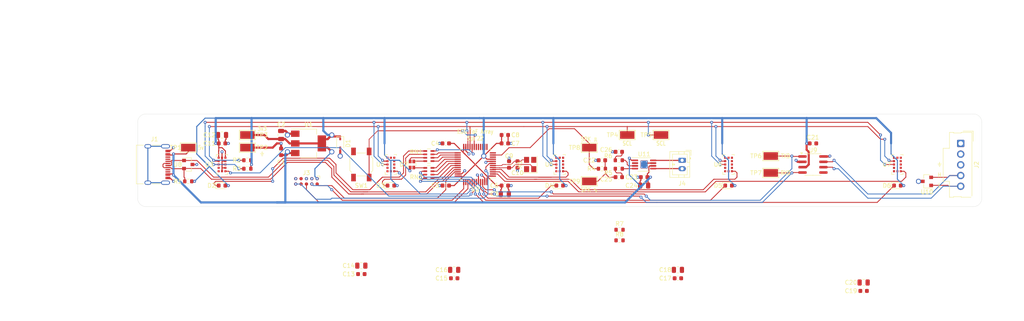
<source format=kicad_pcb>
(kicad_pcb (version 20240108) (generator "pcbnew") (generator_version "8.0")
  (layers (0 "F.Cu" signal) (31 "B.Cu" signal) (34 "B.Paste" user) (35 "F.Paste" user) (36 "B.SilkS" user "B.Silkscreen") (37 "F.SilkS" user "F.Silkscreen") (38 "B.Mask" user) (39 "F.Mask" user) (44 "Edge.Cuts" user))
  (net 0 "")
  (net 1 "gnd")
  (net 2 "v3v3")
  (net 3 "vusb")
  (net 4 "usb.conn.cc.cc2")
  (net 5 "spk_drv.inn_res.b")
  (net 6 "i2c_chain_0.scl")
  (net 7 "i2c_chain_0.sda")
  (net 8 "leds_chain_0.0")
  (net 9 "leds_chain_0.1")
  (net 10 "leds_chain_0.2")
  (net 11 "leds_chain_0.3")
  (net 12 "leds_chain_0.4")
  (net 13 "spk_chain_0")
  (net 14 "sw1_chain_0")
  (net 15 "usb_chain_0.d_N")
  (net 16 "usb_chain_0.d_P")
  (net 17 "spk_chain_2.a")
  (net 18 "spk_chain_2.b")
  (net 19 "spk_chain_1")
  (net 20 "spk_drv.inp_cap.pos")
  (net 21 "res1.a.0")
  (net 22 "res1.a.1")
  (net 23 "res1.a.2")
  (net 24 "res1.a.3")
  (net 25 "res2.a.0")
  (net 26 "leds_chain_0.5")
  (net 27 "leds_chain_0.7")
  (net 28 "leds_chain_0.6")
  (net 29 "res2.a.1")
  (net 30 "res2.a.2")
  (net 31 "res2.a.3")
  (net 32 "spk_drv.inp_res.b")
  (net 33 "usb.conn.cc.cc1")
  (net 34 "mcu.reset_node")
  (net 35 "mcu.xtal_node.xi")
  (net 36 "mcu.swd_node.swdio")
  (net 37 "can_chain_1.canh")
  (net 38 "can_chain_1.canl")
  (net 39 "can_chain_0.txd")
  (net 40 "can_chain_0.rxd")
  (net 41 "mcu.gpio.tof_reset_4")
  (net 42 "spk_drv.inn_cap.pos")
  (net 43 "mcu.gpio.tof_reset_0")
  (net 44 "mcu.gpio.tof_reset_2")
  (net 45 "mcu.gpio.tof_reset_1")
  (net 46 "mcu.swd_node.swclk")
  (net 47 "mcu.swd.swo")
  (net 48 "mcu.xtal_node.xo")
  (net 49 "mcu.gpio.tof_reset_3")
  (net 50 "tof.elt[2].ic.gpio1")
  (net 51 "tof.elt[3].ic.gpio1")
  (net 52 "tof.elt[1].ic.gpio1")
  (net 53 "tof.elt[4].ic.gpio1")
  (net 54 "tof.elt[0].ic.gpio1")
  (net 55 "can.pwr")
  (net 56 "mcu.swd.tdi")
  (footprint "edg:JlcToolingHole_1.152mm" (layer "F.Cu") (at 52 58)
    (property "Reference" "H2" (hide yes))
    (property "Value" "")
  )
  (footprint "edg:JlcToolingHole_1.152mm" (layer "F.Cu") (at 248 58)
    (property "Reference" "H3" (hide yes))
    (property "Value" "")
  )
  (footprint "TestPoint:TestPoint_Keystone_5015_Micro-Minature" (layer "F.Cu") (at 62 46 180)
    (property "Reference" "TP1")
    (property "Value" "vusb")
  )
  (footprint "TestPoint:TestPoint_Keystone_5015_Micro-Minature" (layer "F.Cu") (at 76 46 180)
    (property "Reference" "TP2")
    (property "Value" "gnd")
  )
  (footprint "edg:JlcToolingHole_1.152mm" (layer "F.Cu") (at 52 40)
    (property "Reference" "H1" (hide yes))
    (property "Value" "")
  )
  (footprint "Diode_SMD:D_SOD-323" (layer "F.Cu") (at 98 45 -90)
    (property "Reference" "D1")
    (property "Value" "5μA@1V 90Ω Single 3.53V~3.67V 200mW 3.6V SOD-323 Zener Diodes ROHS")
  )
  (footprint "Connector_USB:USB_C_Receptacle_XKB_U262-16XN-4BVC11" (layer "F.Cu") (at 53.5 50 -90)
    (property "Reference" "J1")
    (property "Value" "COM-15111")
  )
  (footprint "Capacitor_SMD:C_0805_2012Metric" (layer "F.Cu") (at 84 43 90)
    (property "Reference" "C2")
    (property "Value" "25V 4.7uF X5R ±10% 0805 Multilayer Ceramic Capacitors MLCC - SMD/SMT ROHS")
  )
  (footprint "TestPoint:TestPoint_Keystone_5015_Micro-Minature" (layer "F.Cu") (at 76 43 180)
    (property "Reference" "TP3")
    (property "Value" "v3v3")
  )
  (footprint "Capacitor_SMD:C_0603_1608Metric" (layer "F.Cu") (at 84 47 90)
    (property "Reference" "C1")
    (property "Value" "50V 100nF X7R ±10% 0603 Multilayer Ceramic Capacitors MLCC - SMD/SMT ROHS")
  )
  (footprint "Package_TO_SOT_SMD:SOT-23" (layer "F.Cu") (at 62 50)
    (property "Reference" "U8")
    (property "Value" "PESD5V0X1BT")
  )
  (footprint "LED_SMD:LED_0603_1608Metric" (layer "F.Cu") (at 70 55)
    (property "Reference" "D2")
    (property "Value" "Red 615~630nm 1.9~2.2V 0603 Light Emitting Diodes (LED) RoHS")
  )
  (footprint "LED_SMD:LED_0603_1608Metric" (layer "F.Cu") (at 110 55)
    (property "Reference" "D3")
    (property "Value" "Red 615~630nm 1.9~2.2V 0603 Light Emitting Diodes (LED) RoHS")
  )
  (footprint "LED_SMD:LED_0603_1608Metric" (layer "F.Cu") (at 150 55)
    (property "Reference" "D4")
    (property "Value" "Red 615~630nm 1.9~2.2V 0603 Light Emitting Diodes (LED) RoHS")
  )
  (footprint "LED_SMD:LED_0603_1608Metric" (layer "F.Cu") (at 190 55)
    (property "Reference" "D5")
    (property "Value" "Red 615~630nm 1.9~2.2V 0603 Light Emitting Diodes (LED) RoHS")
  )
  (footprint "LED_SMD:LED_0603_1608Metric" (layer "F.Cu") (at 230 55)
    (property "Reference" "D6")
    (property "Value" "Red 615~630nm 1.9~2.2V 0603 Light Emitting Diodes (LED) RoHS")
  )
  (footprint "Capacitor_SMD:C_0603_1608Metric" (layer "F.Cu") (at 138 50 90)
    (property "Reference" "C9")
    (property "Value" "50V 33pF C0G ±5% 0603 Multilayer Ceramic Capacitors MLCC - SMD/SMT ROHS")
  )
  (footprint "Capacitor_SMD:C_0603_1608Metric" (layer "F.Cu") (at 140 50 -90)
    (property "Reference" "C10")
    (property "Value" "50V 33pF C0G ±5% 0603 Multilayer Ceramic Capacitors MLCC - SMD/SMT ROHS")
  )
  (footprint "Package_QFP:LQFP-48_7x7mm_P0.5mm" (layer "F.Cu") (at 130 50 180)
    (property "Reference" "U2")
    (property "Value" "STM32F103xxT6")
  )
  (footprint "Capacitor_SMD:C_0805_2012Metric" (layer "F.Cu") (at 137 57)
    (property "Reference" "C3")
    (property "Value" "25V 4.7uF X5R ±10% 0805 Multilayer Ceramic Capacitors MLCC - SMD/SMT ROHS")
  )
  (footprint "Capacitor_SMD:C_0603_1608Metric" (layer "F.Cu") (at 123 45 180)
    (property "Reference" "C4")
    (property "Value" "50V 100nF X7R ±10% 0603 Multilayer Ceramic Capacitors MLCC - SMD/SMT ROHS")
  )
  (footprint "Capacitor_SMD:C_0603_1608Metric" (layer "F.Cu") (at 137 55)
    (property "Reference" "C6")
    (property "Value" "50V 100nF X7R ±10% 0603 Multilayer Ceramic Capacitors MLCC - SMD/SMT ROHS")
  )
  (footprint "Resistor_SMD:R_0603_1608Metric" (layer "F.Cu") (at 62 54 180)
    (property "Reference" "R1")
    (property "Value" "±1% 1/10W Thick Film Resistors 75V ±100ppm/℃ -55℃~+155℃ 5.1kΩ 0603 Chip Resistor - Surface Mount ROHS")
  )
  (footprint "Capacitor_SMD:C_0603_1608Metric" (layer "F.Cu") (at 137 45)
    (property "Reference" "C7")
    (property "Value" "50V 10nF X7R ±10% 0603 Multilayer Ceramic Capacitors MLCC - SMD/SMT ROHS")
  )
  (footprint "Capacitor_SMD:C_0603_1608Metric" (layer "F.Cu") (at 137 43)
    (property "Reference" "C8")
    (property "Value" "50V 1uF X5R ±10% 0603 Multilayer Ceramic Capacitors MLCC - SMD/SMT ROHS")
  )
  (footprint "Resistor_SMD:R_0603_1608Metric" (layer "F.Cu") (at 76 49 180)
    (property "Reference" "R2")
    (property "Value" "±1% 1/10W Thick Film Resistors 75V ±100ppm/℃ -55℃~+155℃ 5.1kΩ 0603 Chip Resistor - Surface Mount ROHS")
  )
  (footprint "Connector_JST:JST_PH_B2B-PH-K_1x02_P2.00mm_Vertical" (layer "F.Cu") (at 179 49 -90)
    (property "Reference" "J4")
    (property "Value" "B2B-PH-K")
  )
  (footprint "Capacitor_SMD:C_0603_1608Metric" (layer "F.Cu") (at 160 49 180)
    (property "Reference" "C22")
    (property "Value" "50V 47nF X7R ±10% 0603 Multilayer Ceramic Capacitors MLCC - SMD/SMT ROHS")
  )
  (footprint "Resistor_SMD:R_0603_1608Metric" (layer "F.Cu") (at 160 51)
    (property "Reference" "R4")
    (property "Value" "±1% 1/10W Thick Film Resistors 75V ±100ppm/℃ -55℃~+155℃ 4.7kΩ 0603 Chip Resistor - Surface Mount ROHS")
  )
  (footprint "Capacitor_SMD:C_0805_2012Metric" (layer "F.Cu") (at 170 55 180)
    (property "Reference" "C24")
    (property "Value" "25V 4.7uF X5R ±10% 0805 Multilayer Ceramic Capacitors MLCC - SMD/SMT ROHS")
  )
  (footprint "Package_SO:MSOP-8-1EP_3x3mm_P0.65mm_EP1.68x1.88mm_ThermalVias" (layer "F.Cu") (at 170 50)
    (property "Reference" "U11")
    (property "Value" "TPA2005D1")
  )
  (footprint "Capacitor_SMD:C_0603_1608Metric" (layer "F.Cu") (at 164 47 180)
    (property "Reference" "C26")
    (property "Value" "50V 1uF X5R ±10% 0603 Multilayer Ceramic Capacitors MLCC - SMD/SMT ROHS")
  )
  (footprint "Resistor_SMD:R_0603_1608Metric" (layer "F.Cu") (at 164 49)
    (property "Reference" "R6")
    (property "Value" "±1% 1/10W Thick Film Resistors 75V ±100ppm/℃ -55℃~+155℃ 1kΩ 0603 Chip Resistor - Surface Mount ROHS")
  )
  (footprint "Capacitor_SMD:C_0603_1608Metric" (layer "F.Cu") (at 164 53 180)
    (property "Reference" "C25")
    (property "Value" "50V 1uF X5R ±10% 0603 Multilayer Ceramic Capacitors MLCC - SMD/SMT ROHS")
  )
  (footprint "Resistor_SMD:R_0603_1608Metric" (layer "F.Cu") (at 164 51)
    (property "Reference" "R5")
    (property "Value" "±1% 1/10W Thick Film Resistors 75V ±100ppm/℃ -55℃~+155℃ 4.7kΩ 0603 Chip Resistor - Surface Mount ROHS")
  )
  (footprint "OptoDevice:ST_VL53L0X" (layer "F.Cu") (at 70 50 -90)
    (property "Reference" "U3")
    (property "Value" "VL53L0X")
  )
  (footprint "OptoDevice:ST_VL53L0X" (layer "F.Cu") (at 110 50 -90)
    (property "Reference" "U4")
    (property "Value" "VL53L0X")
  )
  (footprint "OptoDevice:ST_VL53L0X" (layer "F.Cu") (at 150 50 -90)
    (property "Reference" "U5")
    (property "Value" "VL53L0X")
  )
  (footprint "OptoDevice:ST_VL53L0X" (layer "F.Cu") (at 190 50 -90)
    (property "Reference" "U6")
    (property "Value" "VL53L0X")
  )
  (footprint "OptoDevice:ST_VL53L0X" (layer "F.Cu") (at 230 50 -90)
    (property "Reference" "U7")
    (property "Value" "VL53L0X")
  )
  (footprint "Capacitor_SMD:C_0603_1608Metric" (layer "F.Cu") (at 70 45)
    (property "Reference" "C11")
    (property "Value" "50V 100nF X7R ±10% 0603 Multilayer Ceramic Capacitors MLCC - SMD/SMT ROHS")
  )
  (footprint "Capacitor_SMD:C_0805_2012Metric" (layer "F.Cu") (at 70 43)
    (property "Reference" "C12")
    (property "Value" "25V 4.7uF X5R ±10% 0805 Multilayer Ceramic Capacitors MLCC - SMD/SMT ROHS")
  )
  (footprint "Capacitor_SMD:C_0603_1608Metric" (layer "F.Cu") (at 103 76)
    (property "Reference" "C13")
    (property "Value" "50V 100nF X7R ±10% 0603 Multilayer Ceramic Capacitors MLCC - SMD/SMT ROHS")
  )
  (footprint "Capacitor_SMD:C_0805_2012Metric" (layer "F.Cu") (at 103 74)
    (property "Reference" "C14")
    (property "Value" "25V 4.7uF X5R ±10% 0805 Multilayer Ceramic Capacitors MLCC - SMD/SMT ROHS")
  )
  (footprint "Capacitor_SMD:C_0603_1608Metric" (layer "F.Cu") (at 125 77)
    (property "Reference" "C15")
    (property "Value" "50V 100nF X7R ±10% 0603 Multilayer Ceramic Capacitors MLCC - SMD/SMT ROHS")
  )
  (footprint "Capacitor_SMD:C_0805_2012Metric" (layer "F.Cu") (at 125 75)
    (property "Reference" "C16")
    (property "Value" "25V 4.7uF X5R ±10% 0805 Multilayer Ceramic Capacitors MLCC - SMD/SMT ROHS")
  )
  (footprint "Capacitor_SMD:C_0603_1608Metric" (layer "F.Cu") (at 178 77)
    (property "Reference" "C17")
    (property "Value" "50V 100nF X7R ±10% 0603 Multilayer Ceramic Capacitors MLCC - SMD/SMT ROHS")
  )
  (footprint "Capacitor_SMD:C_0805_2012Metric" (layer "F.Cu") (at 178 75)
    (property "Reference" "C18")
    (property "Value" "25V 4.7uF X5R ±10% 0805 Multilayer Ceramic Capacitors MLCC - SMD/SMT ROHS")
  )
  (footprint "Capacitor_SMD:C_0603_1608Metric" (layer "F.Cu") (at 222 80)
    (property "Reference" "C19")
    (property "Value" "50V 100nF X7R ±10% 0603 Multilayer Ceramic Capacitors MLCC - SMD/SMT ROHS")
  )
  (footprint "Capacitor_SMD:C_0805_2012Metric" (layer "F.Cu") (at 222 78)
    (property "Reference" "C20")
    (property "Value" "25V 4.7uF X5R ±10% 0805 Multilayer Ceramic Capacitors MLCC - SMD/SMT ROHS")
  )
  (footprint "Crystal:Crystal_SMD_3225-4Pin_3.2x2.5mm" (layer "F.Cu") (at 143 50 90)
    (property "Reference" "X1")
    (property "Value" "12MHz SMD Crystal Resonator 20pF ±10ppm ±30ppm -40℃~+85℃ SMD3225-4P Crystals ROHS")
  )
  (footprint "Capacitor_SMD:C_0603_1608Metric" (layer "F.Cu") (at 170 53 180)
    (property "Reference" "C23")
    (property "Value" "50V 100nF X7R ±10% 0603 Multilayer Ceramic Capacitors MLCC - SMD/SMT ROHS")
  )
  (footprint "Package_TO_SOT_SMD:SOT-223-3_TabPin2" (layer "F.Cu") (at 90.5 45)
    (property "Reference" "U1")
    (property "Value" "LDL1117S33R")
  )
  (footprint "Connector:Tag-Connect_TC2050-IDC-FP_2x05_P1.27mm_Vertical" (layer "F.Cu") (at 90 54 180)
    (property "Reference" "J3")
    (property "Value" "")
  )
  (footprint "Resistor_SMD:R_0603_1608Metric" (layer "F.Cu") (at 76 51 180)
    (property "Reference" "R3")
    (property "Value" "±1% 1/10W Thick Film Resistors 75V ±100ppm/℃ -55℃~+155℃ 1.5kΩ 0603 Chip Resistor - Surface Mount ROHS")
  )
  (footprint "Resistor_SMD:R_Array_Concave_4x0603" (layer "F.Cu") (at 119 48)
    (property "Reference" "RN1")
    (property "Value" "4 ±5% 8 1kΩ 1/16W ±200ppm/℃ 1206 Resistor Networks & Arrays ROHS")
  )
  (footprint "Resistor_SMD:R_Array_Concave_4x0603" (layer "F.Cu") (at 119 52)
    (property "Reference" "RN2")
    (property "Value" "4 ±5% 8 1kΩ 1/16W ±200ppm/℃ 1206 Resistor Networks & Arrays ROHS")
  )
  (footprint "LED_SMD:LED_LiteOn_LTST-C19HE1WT" (layer "F.Cu") (at 115 50 180)
    (property "Reference" "D7")
    (property "Value" "EAST1616RGBB2")
  )
  (footprint "Capacitor_SMD:C_0603_1608Metric" (layer "F.Cu") (at 123 55 180)
    (property "Reference" "C5")
    (property "Value" "50V 100nF X7R ±10% 0603 Multilayer Ceramic Capacitors MLCC - SMD/SMT ROHS")
  )
  (footprint "TestPoint:TestPoint_Keystone_5015_Micro-Minature" (layer "F.Cu") (at 166 43)
    (property "Reference" "TP4")
    (property "Value" "i2c_chain_0.scl")
  )
  (footprint "TestPoint:TestPoint_Keystone_5015_Micro-Minature" (layer "F.Cu") (at 174 43)
    (property "Reference" "TP5")
    (property "Value" "i2c_chain_0.sda")
  )
  (footprint "TestPoint:TestPoint_Keystone_5015_Micro-Minature" (layer "F.Cu") (at 157 46)
    (property "Reference" "TP8")
    (property "Value" "spk_chain_0")
  )
  (footprint "TestPoint:TestPoint_Keystone_5015_Micro-Minature" (layer "F.Cu") (at 157 54)
    (property "Reference" "TP9")
    (property "Value" "spk_chain_1")
  )
  (footprint "Capacitor_SMD:C_0603_1608Metric" (layer "F.Cu") (at 210 45)
    (property "Reference" "C21")
    (property "Value" "50V 100nF X7R ±10% 0603 Multilayer Ceramic Capacitors MLCC - SMD/SMT ROHS")
  )
  (footprint "Connector_Molex:Molex_SL_171971-0005_1x05_P2.54mm_Vertical" (layer "F.Cu") (at 245 45 -90)
    (property "Reference" "J2")
    (property "Value" "171971-0005_1x05")
  )
  (footprint "TestPoint:TestPoint_Keystone_5015_Micro-Minature" (layer "F.Cu") (at 200 48)
    (property "Reference" "TP6")
    (property "Value" "can_chain_0.txd")
  )
  (footprint "TestPoint:TestPoint_Keystone_5015_Micro-Minature" (layer "F.Cu") (at 200 52)
    (property "Reference" "TP7")
    (property "Value" "can_chain_0.rxd")
  )
  (footprint "Package_SO:SOIC-8_3.9x4.9mm_P1.27mm" (layer "F.Cu") (at 210 50)
    (property "Reference" "U9")
    (property "Value" "SN65HVD230DR")
  )
  (footprint "Package_TO_SOT_SMD:SOT-23" (layer "F.Cu") (at 237 54 180)
    (property "Reference" "U10")
    (property "Value" "PESD1CAN,215")
  )
  (footprint "Button_Switch_SMD:SW_SPST_SKQG_WithoutStem" (layer "F.Cu") (at 103 50 -90)
    (property "Reference" "SW1")
    (property "Value" "5.1mm switch")
  )
  (footprint "Resistor_SMD:R_0603_1608Metric" (layer "F.Cu") (at 164.175 68)
    (property "Reference" "R8")
    (property "Value" "±1% 1/10W Thick Film Resistors 75V ±100ppm/℃ -55℃~+155℃ 30kΩ 0603 Chip Resistor - Surface Mount ROHS")
  )
  (footprint "Resistor_SMD:R_0603_1608Metric" (layer "F.Cu") (at 164.175 65.49)
    (property "Reference" "R7")
    (property "Value" "±1% 1/10W Thick Film Resistors 75V ±100ppm/℃ -55℃~+155℃ 30kΩ 0603 Chip Resistor - Surface Mount ROHS")
  )
  (gr_line (start 52 38) (end 248 38) (stroke (width 0.05)) (layer "Edge.Cuts"))
  (gr_arc (start 248 38) (mid 249.414214 38.585786) (end 250 40) (stroke (width 0.05)) (layer "Edge.Cuts"))
  (gr_arc (start 52 60) (mid 50.585786 59.414214) (end 50 58) (stroke (width 0.05)) (layer "Edge.Cuts"))
  (gr_line (start 250 58) (end 250 40) (stroke (width 0.05)) (layer "Edge.Cuts"))
  (gr_line (start 50 40) (end 50 58) (stroke (width 0.05)) (layer "Edge.Cuts"))
  (gr_arc (start 50 40) (mid 50.585786 38.585786) (end 52 38) (stroke (width 0.05)) (layer "Edge.Cuts"))
  (gr_arc (start 250 58) (mid 249.414214 59.414214) (end 248 60) (stroke (width 0.05)) (layer "Edge.Cuts"))
  (gr_line (start 248 60) (end 52 60) (stroke (width 0.05)) (layer "Edge.Cuts"))
  (gr_text "3v3" (at 79.5 41.5 0) (layer "F.SilkS") (effects (font (size 1 0.8))))
  (gr_text "⏚" (at 79.5 47.5 0) (layer "F.SilkS") (effects (font (size 1 0.8))))
  (gr_text "SCL" (at 166 45 0) (layer "F.SilkS") (effects (font (size 1 0.8))))
  (gr_text "SPK ∿" (at 157 56 0) (layer "F.SilkS") (effects (font (size 1 0.8))))
  (gr_text "TXD" (at 203.5 48 0) (layer "F.SilkS") (effects (font (size 1 0.8))))
  (gr_text "RXD" (at 203.5 52 0) (layer "F.SilkS") (effects (font (size 1 0.8))))
  (gr_text "H" (at 240 52.5 0) (layer "F.SilkS") (effects (font (size 1 0.8))))
  (gr_text "⏚" (at 240 50 0) (layer "F.SilkS") (effects (font (size 1 0.8))))
  (gr_text "L" (at 240 55 0) (layer "F.SilkS") (effects (font (size 1 0.8))))
  (gr_text "EDG ToF Array\nSpr'22" (at 130 43 0) (layer "F.SilkS") (effects (font (size 1 0.8))))
  (gr_text "5v" (at 65 46 0) (layer "F.SilkS") (effects (font (size 1 0.8))))
  (gr_text "SCL" (at 174 45 0) (layer "F.SilkS") (effects (font (size 1 0.8))))
  (gr_text "SPK ⎍" (at 157 44 0) (layer "F.SilkS") (effects (font (size 1 0.8))))
  (segment (start 70.775 45) (end 71.5 45) (width 0.25) (layer "F.Cu") (net 1))
  (segment (start 70 48.4) (end 70 47) (width 0.25) (layer "F.Cu") (net 1))
  (segment (start 70.8 50.8) (end 70 50.8) (width 0.25) (layer "F.Cu") (net 1))
  (segment (start 70.8 50) (end 70 50) (width 0.25) (layer "F.Cu") (net 1))
  (segment (start 70 50) (end 70 51.6) (width 0.25) (layer "F.Cu") (net 1))
  (segment (start 70 48.4) (end 70 50) (width 0.25) (layer "F.Cu") (net 1))
  (segment (start 70.79 49.2) (end 70 49.2) (width 0.25) (layer "F.Cu") (net 1))
  (segment (start 212.575 48.095) (end 213.905 48.095) (width 0.5) (layer "F.Cu") (net 1))
  (segment (start 169.225 53) (end 168.5 53) (width 0.25) (layer "F.Cu") (net 1))
  (segment (start 87.35 42.7) (end 85.7 42.7) (width 0.5) (layer "F.Cu") (net 1))
  (segment (start 134.1625 49.25) (end 132.75 49.25) (width 0.25) (layer "F.Cu") (net 1))
  (segment (start 127.75 45.8375) (end 127.75 46.75) (width 0.25) (layer "F.Cu") (net 1))
  (segment (start 137.775 55) (end 137.775 55.775) (width 0.25) (layer "F.Cu") (net 1))
  (segment (start 169.225 53) (end 169.225 53.775) (width 0.25) (layer "F.Cu") (net 1))
  (segment (start 84 45) (end 83 45) (width 0.5) (layer "F.Cu") (net 1))
  (segment (start 57.849988 46.65) (end 58.5 45.999988) (width 0.25) (layer "F.Cu") (net 1))
  (segment (start 57.17 53.35) (end 57.17 53.05) (width 0.25) (layer "F.Cu") (net 1))
  (segment (start 87.46 53.365) (end 87.459993 53.365007) (width 0.5) (layer "F.Cu") (net 1))
  (segment (start 169.225 53.775) (end 169.05 53.95) (width 0.25) (layer "F.Cu") (net 1))
  (segment (start 172.15 49.675) (end 170.325 49.675) (width 0.25) (layer "F.Cu") (net 1))
  (segment (start 163.225 47) (end 162.5 47) (width 0.25) (layer "F.Cu") (net 1))
  (segment (start 130.75 54.1625) (end 130.75 52.75) (width 0.25) (layer "F.Cu") (net 1))
  (segment (start 137.775 55.775) (end 137.95 55.95) (width 0.25) (layer "F.Cu") (net 1))
  (segment (start 85.500007 42.500007) (end 85.05 42.05) (width 0.5) (layer "F.Cu") (net 1))
  (segment (start 140 50.775) (end 140 51.5) (width 0.16) (layer "F.Cu") (net 1))
  (segment (start 90 53.365) (end 90 53.364984) (width 0.5) (layer "F.Cu") (net 1))
  (segment (start 137.775 45) (end 137.775 43) (width 0.25) (layer "F.Cu") (net 1))
  (segment (start 122.225 55) (end 121.5 55) (width 0.25) (layer "F.Cu") (net 1))
  (segment (start 207.425 49.365) (end 206.365 49.365) (width 0.5) (layer "F.Cu") (net 1))
  (segment (start 84 46.225) (end 84 45) (width 0.5) (layer "F.Cu") (net 1))
  (segment (start 138 49.225) (end 138 48.5) (width 0.16) (layer "F.Cu") (net 1))
  (segment (start 132.25 53.25) (end 131.5 52.5) (width 0.25) (layer "F.Cu") (net 1))
  (segment (start 82 46) (end 76 46) (width 0.5) (layer "F.Cu") (net 1))
  (segment (start 85.7 42.7) (end 85.05 42.05) (width 0.5) (layer "F.Cu") (net 1))
  (segment (start 169.05 53.95) (end 169.05 55) (width 0.25) (layer "F.Cu") (net 1))
  (segment (start 57.17 46.65) (end 57.849988 46.65) (width 0.25) (layer "F.Cu") (net 1))
  (segment (start 83 45) (end 82 46) (width 0.5) (layer "F.Cu") (net 1))
  (segment (start 137.775 45) (end 138.5 45) (width 0.25) (layer "F.Cu") (net 1))
  (segment (start 206.365 49.365) (end 206 49) (width 0.5) (layer "F.Cu") (net 1))
  (segment (start 57.85 53.35) (end 58.5 54) (width 0.25) (layer "F.Cu") (net 1))
  (segment (start 170.325 49.675) (end 170 50) (width 0.25) (layer "F.Cu") (net 1))
  (segment (start 63 50) (end 64 50) (width 0.2) (layer "F.Cu") (net 1))
  (segment (start 137.95 55.95) (end 137.95 57) (width 0.25) (layer "F.Cu") (net 1))
  (segment (start 132.25 54.1625) (end 132.25 53.25) (width 0.25) (layer "F.Cu") (net 1))
  (segment (start 70.775 44.225) (end 70.95 44.05) (width 0.25) (layer "F.Cu") (net 1))
  (segment (start 159.225 49) (end 158.5 49) (width 0.25) (layer "F.Cu") (net 1))
  (segment (start 70.775 45) (end 70.775 44.225) (width 0.25) (layer "F.Cu") (net 1))
  (segment (start 132.75 49.25) (end 132.5 49.5) (width 0.25) (layer "F.Cu") (net 1))
  (segment (start 70.95 44.05) (end 70.95 43) (width 0.25) (layer "F.Cu") (net 1))
  (segment (start 213.905 48.095) (end 214 48) (width 0.5) (layer "F.Cu") (net 1))
  (segment (start 91.27 53.365) (end 91.27 53.364988) (width 0.5) (layer "F.Cu") (net 1))
  (segment (start 126.75 52.25) (end 127.5 51.5) (width 0.25) (layer "F.Cu") (net 1))
  (segment (start 98 46.65) (end 98 48) (width 0.5) (layer "F.Cu") (net 1))
  (segment (start 127.75 46.75) (end 128.5 47.5) (width 0.25) (layer "F.Cu") (net 1))
  (segment (start 236 54) (end 235 54) (width 0.5) (layer "F.Cu") (net 1))
  (segment (start 85.500007 43) (end 85.500007 42.500007) (width 0.5) (layer "F.Cu") (net 1))
  (segment (start 125.8375 52.25) (end 126.75 52.25) (width 0.25) (layer "F.Cu") (net 1))
  (segment (start 122.225 45) (end 121.5 45) (width 0.25) (layer "F.Cu") (net 1))
  (segment (start 57.17 46.95) (end 57.17 46.65) (width 0.25) (layer "F.Cu") (net 1))
  (segment (start 137.775 55) (end 138.5 55) (width 0.25) (layer "F.Cu") (net 1))
  (segment (start 57.17 53.35) (end 57.85 53.35) (width 0.25) (layer "F.Cu") (net 1))
  (segment (start 130.75 52.75) (end 130.5 52.5) (width 0.25) (layer "F.Cu") (net 1))
  (segment (start 85.05 42.05) (end 84 42.05) (width 0.5) (layer "F.Cu") (net 1))
  (via (at 70 47) (size 0.7) (drill 0.3) (layers "F.Cu" "B.Cu") (net 1))
  (via (at 131.5 52.5) (size 0.7) (drill 0.3) (layers "F.Cu" "B.Cu") (net 1))
  (via (at 206 49) (size 0.7) (drill 0.3) (layers "F.Cu" "B.Cu") (net 1))
  (via (at 130.5 52.5) (size 0.7) (drill 0.3) (layers "F.Cu" "B.Cu") (net 1))
  (via (at 84 45) (size 0.7) (drill 0.3) (layers "F.Cu" "B.Cu") (net 1))
  (via (at 91.27 53.364988) (size 0.7) (drill 0.3) (layers "F.Cu" "B.Cu") (net 1))
  (via (at 98 48) (size 1.2) (drill 0.8) (layers "F.Cu" "B.Cu") (net 1))
  (via (at 58.5 45.999988) (size 0.7) (drill 0.3) (layers "F.Cu" "B.Cu") (net 1))
  (via (at 235 54) (size 1.2) (drill 0.8) (layers "F.Cu" "B.Cu") (net 1))
  (via (at 121.5 45) (size 0.7) (drill 0.3) (layers "F.Cu" "B.Cu") (net 1))
  (via (at 138.5 55) (size 0.7) (drill 0.3) (layers "F.Cu" "B.Cu") (net 1))
  (via (at 121.5 55) (size 0.7) (drill 0.3) (layers "F.Cu" "B.Cu") (net 1))
  (via (at 127.5 51.5) (size 0.7) (drill 0.3) (layers "F.Cu" "B.Cu") (net 1))
  (via (at 90 53.364984) (size 0.7) (drill 0.3) (layers "F.Cu" "B.Cu") (net 1))
  (via (at 158.5 49) (size 0.7) (drill 0.3) (layers "F.Cu" "B.Cu") (net 1))
  (via (at 71.5 45) (size 0.7) (drill 0.3) (layers "F.Cu" "B.Cu") (net 1))
  (via (at 162.5 47) (size 0.7) (drill 0.3) (layers "F.Cu" "B.Cu") (net 1))
  (via (at 132.5 49.5) (size 0.7) (drill 0.3) (layers "F.Cu" "B.Cu") (net 1))
  (via (at 138 48.5) (size 0.7) (drill 0.3) (layers "F.Cu" "B.Cu") (net 1))
  (via (at 85.500007 43) (size 1.2) (drill 0.8) (layers "F.Cu" "B.Cu") (net 1))
  (via (at 64 50) (size 0.7) (drill 0.3) (layers "F.Cu" "B.Cu") (net 1))
  (via (at 140 51.5) (size 0.7) (drill 0.3) (layers "F.Cu" "B.Cu") (net 1))
  (via (at 214 48) (size 0.7) (drill 0.3) (layers "F.Cu" "B.Cu") (net 1))
  (via (at 168.5 53) (size 0.7) (drill 0.3) (layers "F.Cu" "B.Cu") (net 1))
  (via (at 87.459993 53.365007) (size 0.7) (drill 0.3) (layers "F.Cu" "B.Cu") (net 1))
  (via (at 128.5 47.5) (size 0.7) (drill 0.3) (layers "F.Cu" "B.Cu") (net 1))
  (via (at 58.5 54) (size 0.7) (drill 0.3) (layers "F.Cu" "B.Cu") (net 1))
  (via (at 138.5 45) (size 0.7) (drill 0.3) (layers "F.Cu" "B.Cu") (net 1))
  (segment (start 52.425 45.68) (end 56.605 45.68) (width 0.25) (layer "B.Cu") (net 1))
  (segment (start 56.605 54.32) (end 52.32 54.32) (width 0.25) (layer "B.Cu") (net 1))
  (segment (start 52.425 45.68) (end 52.425 54.32) (width 0.25) (layer "B.Cu") (net 1))
  (segment (start 69.225 45) (end 68.5 45) (width 0.25) (layer "F.Cu") (net 2))
  (segment (start 69.225 45) (end 69.225 46.775) (width 0.25) (layer "F.Cu") (net 2))
  (segment (start 69.2 46.8) (end 69.2 48.4) (width 0.25) (layer "F.Cu") (net 2))
  (segment (start 69.225 46.775) (end 69.2 46.8) (width 0.25) (layer "F.Cu") (net 2))
  (segment (start 70.8 48.4) (end 70.8 46.8) (width 0.25) (layer "F.Cu") (net 2))
  (segment (start 70.8 46.8) (end 70 46) (width 0.25) (layer "F.Cu") (net 2))
  (segment (start 70 46) (end 69.225 46) (width 0.25) (layer "F.Cu") (net 2))
  (segment (start 126.75 52.75) (end 127 53) (width 0.25) (layer "F.Cu") (net 2))
  (segment (start 132 48) (end 132.75 48.75) (width 0.25) (layer "F.Cu") (net 2))
  (segment (start 135 45) (end 136.225 45) (width 0.25) (layer "F.Cu") (net 2))
  (segment (start 69.225 45) (end 69.225 44.225) (width 0.25) (layer "F.Cu") (net 2))
  (segment (start 86 45) (end 87.35 45) (width 0.5) (layer "F.Cu") (net 2))
  (segment (start 163.5 52) (end 164.5 52) (width 0.2) (layer "F.Cu") (net 2))
  (segment (start 133 53) (end 135 55) (width 0.25) (layer "F.Cu") (net 2))
  (segment (start 209 50) (end 209 47) (width 0.5) (layer "F.Cu") (net 2))
  (segment (start 93.65 45) (end 93.65 46) (width 0.5) (layer "F.Cu") (net 2))
  (segment (start 208.365 50.635) (end 209 50) (width 0.5) (layer "F.Cu") (net 2))
  (segment (start 135 55) (end 136.225 55) (width 0.25) (layer "F.Cu") (net 2))
  (segment (start 150.7875 55) (end 151.5 55) (width 0.2) (layer "F.Cu") (net 2))
  (segment (start 114.575 51.425) (end 114.5 51.5) (width 0.2) (layer "F.Cu") (net 2))
  (segment (start 127.5 47.5) (end 127 47) (width 0.25) (layer "F.Cu") (net 2))
  (segment (start 84.95 43.95) (end 86 45) (width 0.5) (layer "F.Cu") (net 2))
  (segment (start 76.825 50.175) (end 76.825 51) (width 0.25) (layer "F.Cu") (net 2))
  (segment (start 84 43.95) (end 84.95 43.95) (width 0.5) (layer "F.Cu") (net 2))
  (segment (start 69.05 44.05) (end 69.05 43) (width 0.25) (layer "F.Cu") (net 2))
  (segment (start 76 43) (end 80 43) (width 0.5) (layer "F.Cu") (net 2))
  (segment (start 130 50) (end 131 51) (width 0.25) (layer "F.Cu") (net 2))
  (segment (start 207.425 50.635) (end 208.365 50.635) (width 0.5) (layer "F.Cu") (net 2))
  (segment (start 127.5 52.5) (end 129 51) (width 0.25) (layer "F.Cu") (net 2))
  (segment (start 131.25 48.75) (end 133 47) (width 0.25) (layer "F.Cu") (net 2))
  (segment (start 164.775 53) (end 164.775 52.275) (width 0.2) (layer "F.Cu") (net 2))
  (segment (start 95 44) (end 96 43) (width 0.5) (layer "F.Cu") (net 2))
  (segment (start 94.15 45) (end 87.85 45) (width 0.5) (layer "F.Cu") (net 2))
  (segment (start 163.175 51) (end 163.175 51.675) (width 0.2) (layer "F.Cu") (net 2))
  (segment (start 132.75 53.25) (end 133 53) (width 0.25) (layer "F.Cu") (net 2))
  (segment (start 136.225 45) (end 136.225 43) (width 0.25) (layer "F.Cu") (net 2))
  (segment (start 129 49) (end 130 50) (width 0.25) (layer "F.Cu") (net 2))
  (segment (start 125 55) (end 123.775 55) (width 0.25) (layer "F.Cu") (net 2))
  (segment (start 131.25 48.75) (end 131 49) (width 0.25) (layer "F.Cu") (net 2))
  (segment (start 125.8375 52.75) (end 126.75 52.75) (width 0.25) (layer "F.Cu") (net 2))
  (segment (start 164.775 52.275) (end 164.5 52) (width 0.2) (layer "F.Cu") (net 2))
  (segment (start 98 43.35) (end 95.65 43.35) (width 0.5) (layer "F.Cu") (net 2))
  (segment (start 129 51) (end 130 50) (width 0.25) (layer "F.Cu") (net 2))
  (segment (start 132.75 52.75) (end 133 53) (width 0.25) (layer "F.Cu") (net 2))
  (segment (start 132.75 52.75) (end 132.5 52.5) (width 0.25) (layer "F.Cu") (net 2))
  (segment (start 136.05 55.95) (end 136.05 57) (width 0.25) (layer "F.Cu") (net 2))
  (segment (start 62.825 54) (end 63.5 54) (width 0.2) (layer "F.Cu") (net 2))
  (segment (start 127.25 52.75) (end 127 53) (width 0.25) (layer "F.Cu") (net 2))
  (segment (start 127 47) (end 125 45) (width 0.25) (layer "F.Cu") (net 2))
  (segment (start 132.75 48.75) (end 134.1625 48.75) (width 0.25) (layer "F.Cu") (net 2))
  (segment (start 76.825 50.175) (end 77 50) (width 0.25) (layer "F.Cu") (net 2))
  (segment (start 95.65 43.35) (end 95 44) (width 0.5) (layer "F.Cu") (net 2))
  (segment (start 127.25 52.75) (end 127.5 52.5) (width 0.25) (layer "F.Cu") (net 2))
  (segment (start 131 49) (end 130 50) (width 0.25) (layer "F.Cu") (net 2))
  (segment (start 127 53) (end 125 55) (width 0.25) (layer "F.Cu") (net 2))
  (segment (start 95 46) (end 96 47) (width 0.5) (layer "F.Cu") (net 2))
  (segment (start 76.825 49) (end 76.825 50.175) (width 0.25) (layer "F.Cu") (net 2))
  (segment (start 209.225 45) (end 208.5 45) (width 0.5) (layer "F.Cu") (net 2))
  (segment (start 132.75 54.1625) (end 132.75 53.25) (width 0.25) (layer "F.Cu") (net 2))
  (segment (start 93.65 44) (end 95 44) (width 0.5) (layer "F.Cu") (net 2))
  (segment (start 136.225 55) (end 136.225 55.775) (width 0.25) (layer "F.Cu") (net 2))
  (segment (start 110.7875 55) (end 111.5 55) (width 0.2) (layer "F.Cu") (net 2))
  (segment (start 69.225 44.225) (end 69.05 44.05) (width 0.25) (layer "F.Cu") (net 2))
  (segment (start 136.225 55.775) (end 136.05 55.95) (width 0.25) (layer "F.Cu") (net 2))
  (segment (start 127.25 45.8375) (end 127.25 46.75) (width 0.25) (layer "F.Cu") (net 2))
  (segment (start 127.5 47.5) (end 129 49) (width 0.25) (layer "F.Cu") (net 2))
  (segment (start 134.1625 52.75) (end 133.25 52.75) (width 0.25) (layer "F.Cu") (net 2))
  (segment (start 127.25 47.25) (end 127.5 47.5) (width 0.25) (layer "F.Cu") (net 2))
  (segment (start 208.5 46.5) (end 209 47) (width 0.5) (layer "F.Cu") (net 2))
  (segment (start 133 47) (end 135 45) (width 0.25) (layer "F.Cu") (net 2))
  (segment (start 230.7875 55) (end 231.5 55) (width 0.2) (layer "F.Cu") (net 2))
  (segment (start 92.54 53.365) (end 92.539989 53.364989) (width 0.25) (layer "F.Cu") (net 2))
  (segment (start 190.7875 55) (end 191.5 55) (width 0.2) (layer "F.Cu") (net 2))
  (segment (start 114.575 50.725) (end 114.575 51.425) (width 0.2) (layer "F.Cu") (net 2))
  (segment (start 76.825 49) (end 76.825 49.825) (width 0.25) (layer "F.Cu") (net 2))
  (segment (start 70.7875 55) (end 71.5 55) (width 0.2) (layer "F.Cu") (net 2))
  (segment (start 80.95 43.95) (end 84 43.95) (width 0.5) (layer "F.Cu") (net 2))
  (segment (start 208.5 45) (end 208.5 46.5) (width 0.5) (layer "F.Cu") (net 2))
  (segment (start 133.25 52.75) (end 133 53) (width 0.25) (layer "F.Cu") (net 2))
  (segment (start 93.65 45) (end 93.65 44) (width 0.5) (layer "F.Cu") (net 2))
  (segment (start 127.25 46.75) (end 127 47) (width 0.25) (layer "F.Cu") (net 2))
  (segment (start 80 43) (end 80.95 43.95) (width 0.5) (layer "F.Cu") (net 2))
  (segment (start 131 51) (end 132.5 52.5) (width 0.25) (layer "F.Cu") (net 2))
  (segment (start 125 45) (end 123.775 45) (width 0.25) (layer "F.Cu") (net 2))
  (segment (start 93.65 46) (end 95 46) (width 0.5) (layer "F.Cu") (net 2))
  (segment (start 163.175 51.675) (end 163.5 52) (width 0.2) (layer "F.Cu") (net 2))
  (via (at 71.5 55) (size 0.7) (drill 0.3) (layers "F.Cu" "B.Cu") (net 2))
  (via (at 63.5 54) (size 0.7) (drill 0.3) (layers "F.Cu" "B.Cu") (net 2))
  (via (at 111.5 55) (size 0.7) (drill 0.3) (layers "F.Cu" "B.Cu") (net 2))
  (via (at 96 43) (size 1.2) (drill 0.8) (layers "F.Cu" "B.Cu") (net 2))
  (via (at 92.539989 53.364989) (size 0.7) (drill 0.3) (layers "F.Cu" "B.Cu") (net 2))
  (via (at 208.5 45) (size 0.7) (drill 0.3) (layers "F.Cu" "B.Cu") (net 2))
  (via (at 132 48) (size 1.2) (drill 0.8) (layers "F.Cu" "B.Cu") (net 2))
  (via (at 151.5 55) (size 0.7) (drill 0.3) (layers "F.Cu" "B.Cu") (net 2))
  (via (at 231.5 55) (size 0.7) (drill 0.3) (layers "F.Cu" "B.Cu") (net 2))
  (via (at 68.5 45) (size 0.7) (drill 0.3) (layers "F.Cu" "B.Cu") (net 2))
  (via (at 191.5 55) (size 0.7) (drill 0.3) (layers "F.Cu" "B.Cu") (net 2))
  (via (at 96 47) (size 1.2) (drill 0.8) (layers "F.Cu" "B.Cu") (net 2))
  (via (at 114.5 51.5) (size 0.7) (drill 0.3) (layers "F.Cu" "B.Cu") (net 2))
  (via (at 77 50) (size 0.7) (drill 0.3) (layers "F.Cu" "B.Cu") (net 2))
  (segment (start 67 50.5) (end 64.5 48) (width 0.25) (layer "B.Cu") (net 2))
  (segment (start 110 53.5) (end 111.5 55) (width 0.25) (layer "B.Cu") (net 2))
  (segment (start 148.5 47.5) (end 150 49) (width 0.25) (layer "B.Cu") (net 2))
  (segment (start 66.75 50.75) (end 67 50.5) (width 0.25) (layer "B.Cu") (net 2))
  (segment (start 230 53.5) (end 231.5 55) (width 0.25) (layer "B.Cu") (net 2))
  (segment (start 68.5 45) (end 68.5 39) (width 0.5) (layer "B.Cu") (net 2))
  (segment (start 64 41) (end 66 39) (width 0.25) (layer "B.Cu") (net 2))
  (segment (start 148.5 45) (end 148.5 39) (width 0.5) (layer "B.Cu") (net 2))
  (segment (start 95 43) (end 96 43) (width 0.5) (layer "B.Cu") (net 2))
  (segment (start 64 41) (end 64 45.5) (width 0.25) (layer "B.Cu") (net 2))
  (segment (start 64 46.5) (end 64 45.5) (width 0.25) (layer "B.Cu") (net 2))
  (segment (start 190 53.5) (end 191.5 55) (width 0.25) (layer "B.Cu") (net 2))
  (segment (start 64 47.5) (end 64 46.5) (width 0.25) (layer "B.Cu") (net 2))
  (segment (start 77 39) (end 68.5 39) (width 0.5) (layer "B.Cu") (net 2))
  (segment (start 64 45.5) (end 64 47) (width 0.25) (layer "B.Cu") (net 2))
  (segment (start 108.5 45) (end 108.5 47.75) (width 0.25) (layer "B.Cu") (net 2))
  (segment (start 132 39) (end 132 48) (width 0.5) (layer "B.Cu") (net 2))
  (segment (start 188.5 45) (end 188.5 47.5) (width 0.25) (layer "B.Cu") (net 2))
  (segment (start 108.5 39) (end 131 39) (width 0.5) (layer "B.Cu") (net 2))
  (segment (start 132 39) (end 148.5 39) (width 0.5) (layer "B.Cu") (net 2))
  (segment (start 94 39) (end 77 39) (width 0.5) (layer "B.Cu") (net 2))
  (segment (start 63.5 54) (end 66.25 51.25) (width 0.25) (layer "B.Cu") (net 2))
  (segment (start 66.25 51.25) (end 66.75 50.75) (width 0.25) (layer "B.Cu") (net 2))
  (segment (start 208.5 39) (end 225 39) (width 0.5) (layer "B.Cu") (net 2))
  (segment (start 94 42) (end 95 43) (width 0.5) (layer "B.Cu") (net 2))
  (segment (start 150 49) (end 150 53.5) (width 0.25) (layer "B.Cu") (net 2))
  (segment (start 190 49) (end 190 53.5) (width 0.25) (layer "B.Cu") (net 2))
  (segment (start 77 50) (end 77 39) (width 0.5) (layer "B.Cu") (net 2))
  (segment (start 230 49) (end 230 53.5) (width 0.25) (layer "B.Cu") (net 2))
  (segment (start 208.5 45) (end 208.5 39) (width 0.5) (layer "B.Cu") (net 2))
  (segment (start 108.5 45) (end 108.5 39) (width 0.5) (layer "B.Cu") (net 2))
  (segment (start 228.5 42.5) (end 228.5 45) (width 0.5) (layer "B.Cu") (net 2))
  (segment (start 109.75 49) (end 112 49) (width 0.25) (layer "B.Cu") (net 2))
  (segment (start 94 39) (end 94 42) (width 0.5) (layer "B.Cu") (net 2))
  (segment (start 228.5 45) (end 228.5 47.5) (width 0.25) (layer "B.Cu") (net 2))
  (segment (start 188.5 47.5) (end 190 49) (width 0.25) (layer "B.Cu") (net 2))
  (segment (start 150 53.5) (end 151.5 55) (width 0.25) (layer "B.Cu") (net 2))
  (segment (start 71.5 55) (end 64 47.5) (width 0.25) (layer "B.Cu") (net 2))
  (segment (start 64.5 48) (end 66.75 50.25) (width 0.25) (layer "B.Cu") (net 2))
  (segment (start 148.5 45) (end 148.5 47.5) (width 0.25) (layer "B.Cu") (net 2))
  (segment (start 94 39) (end 108.5 39) (width 0.5) (layer "B.Cu") (net 2))
  (segment (start 66 39) (end 68.5 39) (width 0.25) (layer "B.Cu") (net 2))
  (segment (start 108.5 47.75) (end 109.75 49) (width 0.25) (layer "B.Cu") (net 2))
  (segment (start 110 49) (end 110 53.5) (width 0.25) (layer "B.Cu") (net 2))
  (segment (start 225 39) (end 228.5 42.5) (width 0.5) (layer "B.Cu") (net 2))
  (segment (start 92 52.825) (end 92 51) (width 0.25) (layer "B.Cu") (net 2))
  (segment (start 228.5 47.5) (end 230 49) (width 0.25) (layer "B.Cu") (net 2))
  (segment (start 131 39) (end 132 39) (width 0.5) (layer "B.Cu") (net 2))
  (segment (start 188.5 45) (end 188.5 39) (width 0.5) (layer "B.Cu") (net 2))
  (segment (start 92 51) (end 96 47) (width 0.25) (layer "B.Cu") (net 2))
  (segment (start 114.5 51.5) (end 112 49) (width 0.25) (layer "B.Cu") (net 2))
  (segment (start 148.5 39) (end 208.5 39) (width 0.5) (layer "B.Cu") (net 2))
  (segment (start 92.539989 53.364989) (end 92 52.825) (width 0.25) (layer "B.Cu") (net 2))
  (segment (start 87.35 47.3) (end 85.7 47.3) (width 0.5) (layer "F.Cu") (net 3))
  (segment (start 57.17 52.25) (end 58.25 52.25) (width 0.25) (layer "F.Cu") (net 3))
  (segment (start 170.775 52.225) (end 170.775 53) (width 0.25) (layer "F.Cu") (net 3))
  (segment (start 57.17 47.45) (end 57.17 47.75) (width 0.25) (layer "F.Cu") (net 3))
  (segment (start 85.5 47) (end 85.5 47.5) (width 0.5) (layer "F.Cu") (net 3))
  (segment (start 171.325 50.325) (end 171.125001 50.524999) (width 0.25) (layer "F.Cu") (net 3))
  (segment (start 171.125001 51.874999) (end 170.775 52.225) (width 0.25) (layer "F.Cu") (net 3))
  (segment (start 57.17 52.55) (end 57.17 52.25) (width 0.25) (layer "F.Cu") (net 3))
  (segment (start 85.225 47.775) (end 84 47.775) (width 0.5) (layer "F.Cu") (net 3))
  (segment (start 170.775 53.775) (end 170.95 53.95) (width 0.25) (layer "F.Cu") (net 3))
  (segment (start 170.775 53) (end 170.775 53.775) (width 0.25) (layer "F.Cu") (net 3))
  (segment (start 85.5 47.5) (end 85.225 47.775) (width 0.5) (layer "F.Cu") (net 3))
  (segment (start 58.25 52.25) (end 58.5 52.5) (width 0.25) (layer "F.Cu") (net 3))
  (segment (start 58.5 47.5) (end 61.5 47.5) (width 0.25) (layer "F.Cu") (net 3))
  (segment (start 57.17 47.75) (end 58.25 47.75) (width 0.25) (layer "F.Cu") (net 3))
  (segment (start 62 47) (end 62 46) (width 0.25) (layer "F.Cu") (net 3))
  (segment (start 170.775 53) (end 171.5 53) (width 0.25) (layer "F.Cu") (net 3))
  (segment (start 167.85 49.025) (end 167.025 49.025) (width 0.25) (layer "F.Cu") (net 3))
  (segment (start 58.25 47.75) (end 58.5 47.5) (width 0.25) (layer "F.Cu") (net 3))
  (segment (start 167.025 49.025) (end 166.5 48.5) (width 0.25) (layer "F.Cu") (net 3))
  (segment (start 171.125001 50.524999) (end 171.125001 51.874999) (width 0.25) (layer "F.Cu") (net 3))
  (segment (start 170.95 53.95) (end 170.95 55) (width 0.25) (layer "F.Cu") (net 3))
  (segment (start 61.5 47.5) (end 62 47) (width 0.25) (layer "F.Cu") (net 3))
  (segment (start 85.7 47.3) (end 85.225 47.775) (width 0.5) (layer "F.Cu") (net 3))
  (segment (start 172.15 50.325) (end 171.325 50.325) (width 0.25) (layer "F.Cu") (net 3))
  (via (at 171.5 53) (size 0.7) (drill 0.3) (layers "F.Cu" "B.Cu") (net 3))
  (via (at 166.5 48.5) (size 0.7) (drill 0.3) (layers "F.Cu" "B.Cu") (net 3))
  (via (at 58.5 47.5) (size 0.7) (drill 0.3) (layers "F.Cu" "B.Cu") (net 3))
  (via (at 85.5 47) (size 1.2) (drill 0.8) (layers "F.Cu" "B.Cu") (net 3))
  (via (at 58.5 52.5) (size 0.7) (drill 0.3) (layers "F.Cu" "B.Cu") (net 3))
  (segment (start 166.5 58) (end 169.25 55.25) (width 0.5) (layer "B.Cu") (net 3))
  (segment (start 85 59) (end 85 47.5) (width 0.5) (layer "B.Cu") (net 3))
  (segment (start 85 47.5) (end 85.5 47) (width 0.5) (layer "B.Cu") (net 3))
  (segment (start 169.25 55.25) (end 171.5 53) (width 0.5) (layer "B.Cu") (net 3))
  (segment (start 65 59) (end 83 59) (width 0.5) (layer "B.Cu") (net 3))
  (segment (start 165.5 59) (end 166.5 58) (width 0.5) (layer "B.Cu") (net 3))
  (segment (start 166.5 52.5) (end 169.25 55.25) (width 0.25) (layer "B.Cu") (net 3))
  (segment (start 166.5 48.5) (end 166.5 52.5) (width 0.25) (layer "B.Cu") (net 3))
  (segment (start 58.5 52.5) (end 65 59) (width 0.5) (layer "B.Cu") (net 3))
  (segment (start 58.5 52.5) (end 58.5 47.5) (width 0.5) (layer "B.Cu") (net 3))
  (segment (start 83 59) (end 85 59) (width 0.5) (layer "B.Cu") (net 3))
  (segment (start 83 59) (end 165.5 59) (width 0.5) (layer "B.Cu") (net 3))
  (segment (start 69.2 49.2) (end 68.2 49.2) (width 0.2) (layer "F.Cu") (net 6))
  (segment (start 108.2 49.2) (end 108 49) (width 0.2) (layer "F.Cu") (net 6))
  (segment (start 228.2 49.2) (end 228 49) (width 0.2) (layer "F.Cu") (net 6))
  (segment (start 149.2 49.2) (end 148.2 49.2) (width 0.2) (layer "F.Cu") (net 6))
  (segment (start 109.2 49.2) (end 108.2 49.2) (width 0.25) (layer "F.Cu") (net 6))
  (segment (start 147 41) (end 166 41) (width 0.2) (layer "F.Cu") (net 6))
  (segment (start 74 49) (end 75.175 49) (width 0.2) (layer "F.Cu") (net 6))
  (segment (start 141.5 41) (end 147 41) (width 0.2) (layer "F.Cu") (net 6))
  (segment (start 107 41) (end 141.5 41) (width 0.2) (layer "F.Cu") (net 6))
  (segment (start 189.2 49.2) (end 188.2 49.2) (width 0.2) (layer "F.Cu") (net 6))
  (segment (start 148.2 49.2) (end 148 49) (width 0.2) (layer "F.Cu") (net 6))
  (segment (start 187 41) (end 223 41) (width 0.2) (layer "F.Cu") (net 6))
  (segment (start 229.2 49.2) (end 228.2 49.2) (width 0.2) (layer "F.Cu") (net 6))
  (segment (start 128.75 45.8375) (end 128.75 41) (width 0.2) (layer "F.Cu") (net 6))
  (segment (start 166 43) (end 166 41) (width 0.2) (layer "F.Cu") (net 6))
  (segment (start 223 41) (end 226 44) (width 0.2) (layer "F.Cu") (net 6))
  (segment (start 188.2 49.2) (end 188 49) (width 0.2) (layer "F.Cu") (net 6))
  (segment (start 67 40.999988) (end 67.000012 41) (width 0.2) (layer "F.Cu") (net 6))
  (segment (start 166 41) (end 187 41) (width 0.2) (layer "F.Cu") (net 6))
  (segment (start 226 44) (end 227 44) (width 0.2) (layer "F.Cu") (net 6))
  (segment (start 68.2 49.2) (end 68 49) (width 0.2) (layer "F.Cu") (net 6))
  (segment (start 67.000012 41) (end 107 41) (width 0.2) (layer "F.Cu") (net 6))
  (via (at 108 49) (size 0.7) (drill 0.3) (layers "F.Cu" "B.Cu") (net 6))
  (via (at 107 41) (size 0.7) (drill 0.3) (layers "F.Cu" "B.Cu") (net 6))
  (via (at 228 49) (size 0.7) (drill 0.3) (layers "F.Cu" "B.Cu") (net 6))
  (via (at 227 44) (size 0.7) (drill 0.3) (layers "F.Cu" "B.Cu") (net 6))
  (via (at 187 41) (size 0.7) (drill 0.3) (layers "F.Cu" "B.Cu") (net 6))
  (via (at 147 41) (size 0.7) (drill 0.3) (layers "F.Cu" "B.Cu") (net 6))
  (via (at 148 49) (size 0.7) (drill 0.3) (layers "F.Cu" "B.Cu") (net 6))
  (via (at 188 49) (size 0.7) (drill 0.3) (layers "F.Cu" "B.Cu") (net 6))
  (via (at 67 40.999988) (size 0.7) (drill 0.3) (layers "F.Cu" "B.Cu") (net 6))
  (via (at 74 49) (size 0.7) (drill 0.3) (layers "F.Cu" "B.Cu") (net 6))
  (via (at 68 49) (size 0.7) (drill 0.3) (layers "F.Cu" "B.Cu") (net 6))
  (segment (start 188 49) (end 187 48) (width 0.2) (layer "B.Cu") (net 6))
  (segment (start 107 48) (end 107 41) (width 0.2) (layer "B.Cu") (net 6))
  (segment (start 227 48) (end 227 44) (width 0.2) (layer "B.Cu") (net 6))
  (segment (start 228 49) (end 227 48) (width 0.2) (layer "B.Cu") (net 6))
  (segment (start 187 48) (end 187 41) (width 0.2) (layer "B.Cu") (net 6))
  (segment (start 74 49) (end 68 49) (width 0.2) (layer "B.Cu") (net 6))
  (segment (start 67 48) (end 67 40.999988) (width 0.2) (layer "B.Cu") (net 6))
  (segment (start 147 48) (end 147 41) (width 0.2) (layer "B.Cu") (net 6))
  (segment (start 68 49) (end 67 48) (width 0.2) (layer "B.Cu") (net 6))
  (segment (start 108 49) (end 107 48) (width 0.2) (layer "B.Cu") (net 6))
  (segment (start 148 49) (end 147 48) (width 0.2) (layer "B.Cu") (net 6))
  (segment (start 174 43) (end 171 43) (width 0.2) (layer "F.Cu") (net 7))
  (segment (start 189.2 50) (end 188 50) (width 0.2) (layer "F.Cu") (net 7))
  (segment (start 128 40) (end 223 40) (width 0.2) (layer "F.Cu") (net 7))
  (segment (start 75.175 51) (end 74 51) (width 0.2) (layer "F.Cu") (net 7))
  (segment (start 66.000016 40) (end 106 40) (width 0.2) (layer "F.Cu") (net 7))
  (segment (start 69.2 50) (end 68 50) (width 0.2) (layer "F.Cu") (net 7))
  (segment (start 109.2 50) (end 108 50) (width 0.25) (layer "F.Cu") (net 7))
  (segment (start 229.2 50) (end 227 50) (width 0.2) (layer "F.Cu") (net 7))
  (segment (start 128 40) (end 106 40) (width 0.2) (layer "F.Cu") (net 7))
  (segment (start 166 51) (end 164.825 51) (width 0.2) (layer "F.Cu") (net 7))
  (segment (start 167.85 50.975) (end 166.025 50.975) (width 0.2) (layer "F.Cu") (net 7))
  (segment (start 128.25 42.25) (end 128 42) (width 0.2) (layer "F.Cu") (net 7))
  (segment (start 149.2 50) (end 148 50) (width 0.2) (layer "F.Cu") (net 7))
  (segment (start 223 40) (end 226 43) (width 0.2) (layer "F.Cu") (net 7))
  (segment (start 166.025 50.975) (end 166 51) (width 0.2) (layer "F.Cu") (net 7))
  (segment (start 66 40.000016) (end 66.000016 40) (width 0.2) (layer "F.Cu") (net 7))
  (segment (start 128.25 45.8375) (end 128.25 42.25) (width 0.2) (layer "F.Cu") (net 7))
  (via (at 74 51) (size 0.7) (drill 0.3) (layers "F.Cu" "B.Cu") (net 7))
  (via (at 128 40) (size 0.7) (drill 0.3) (layers "F.Cu" "B.Cu") (net 7))
  (via (at 106 40) (size 0.7) (drill 0.3) (layers "F.Cu" "B.Cu") (net 7))
  (via (at 146 40) (size 0.7) (drill 0.3) (layers "F.Cu" "B.Cu") (net 7))
  (via (at 226 43) (size 0.7) (drill 0.3) (layers "F.Cu" "B.Cu") (net 7))
  (via (at 171 43) (size 0.7) (drill 0.3) (layers "F.Cu" "B.Cu") (net 7))
  (via (at 171 40) (size 0.7) (drill 0.3) (layers "F.Cu" "B.Cu") (net 7))
  (via (at 66 40.000016) (size 0.7) (drill 0.3) (layers "F.Cu" "B.Cu") (net 7))
  (via (at 186 40) (size 0.7) (drill 0.3) (layers "F.Cu" "B.Cu") (net 7))
  (via (at 128 42) (size 0.7) (drill 0.3) (layers "F.Cu" "B.Cu") (net 7))
  (via (at 188 50) (size 0.7) (drill 0.3) (layers "F.Cu" "B.Cu") (net 7))
  (via (at 227 50) (size 0.7) (drill 0.3) (layers "F.Cu" "B.Cu") (net 7))
  (via (at 68 50) (size 0.7) (drill 0.3) (layers "F.Cu" "B.Cu") (net 7))
  (via (at 148 50) (size 0.7) (drill 0.3) (layers "F.Cu" "B.Cu") (net 7))
  (via (at 108 50) (size 0.7) (drill 0.3) (layers "F.Cu" "B.Cu") (net 7))
  (segment (start 171 43) (end 171 40) (width 0.2) (layer "B.Cu") (net 7))
  (segment (start 108 50) (end 106 48) (width 0.2) (layer "B.Cu") (net 7))
  (segment (start 66 41) (end 66 40.000016) (width 0.2) (layer "B.Cu") (net 7))
  (segment (start 186 48) (end 186 40) (width 0.2) (layer "B.Cu") (net 7))
  (segment (start 146 48) (end 146 40) (width 0.2) (layer "B.Cu") (net 7))
  (segment (start 68 50) (end 66 48) (width 0.2) (layer "B.Cu") (net 7))
  (segment (start 226 49) (end 226 43) (width 0.2) (layer "B.Cu") (net 7))
  (segment (start 74 51) (end 73 50) (width 0.2) (layer "B.Cu") (net 7))
  (segment (start 128 40) (end 128 42) (width 0.2) (layer "B.Cu") (net 7))
  (segment (start 227 50) (end 226 49) (width 0.2) (layer "B.Cu") (net 7))
  (segment (start 73 50) (end 68 50) (width 0.2) (layer "B.Cu") (net 7))
  (segment (start 66 48) (end 66 41) (width 0.2) (layer "B.Cu") (net 7))
  (segment (start 148 50) (end 146 48) (width 0.2) (layer "B.Cu") (net 7))
  (segment (start 106 48) (end 106 40) (width 0.2) (layer "B.Cu") (net 7))
  (segment (start 188 50) (end 186 48) (width 0.2) (layer "B.Cu") (net 7))
  (segment (start 119.85 46.8) (end 120.7 46.8) (width 0.2) (layer "F.Cu") (net 8))
  (segment (start 129.25 47.25) (end 129.5 47.5) (width 0.2) (layer "F.Cu") (net 8))
  (segment (start 120.7 46.8) (end 121 46.5) (width 0.2) (layer "F.Cu") (net 8))
  (segment (start 129.25 45.8375) (end 129.25 47.25) (width 0.2) (layer "F.Cu") (net 8))
  (via (at 129.5 47.5) (size 0.7) (drill 0.3) (layers "F.Cu" "B.Cu") (net 8))
  (via (at 121 46.5) (size 0.7) (drill 0.3) (layers "F.Cu" "B.Cu") (net 8))
  (segment (start 121 46.5) (end 128.5 46.5) (width 0.2) (layer "B.Cu") (net 8))
  (segment (start 128.5 46.5) (end 129.5 47.5) (width 0.2) (layer "B.Cu") (net 8))
  (segment (start 121.25 47.25) (end 120.9 47.6) (width 0.2) (layer "F.Cu") (net 9))
  (segment (start 120.9 47.6) (end 119.85 47.6) (width 0.2) (layer "F.Cu") (net 9))
  (segment (start 125.8375 47.25) (end 121.25 47.25) (width 0.2) (layer "F.Cu") (net 9))
  (segment (start 125.8375 49.25) (end 123.25 49.25) (width 0.2) (layer "F.Cu") (net 10))
  (segment (start 120.9 51.6) (end 119.85 51.6) (width 0.2) (layer "F.Cu") (net 10))
  (segment (start 123.25 49.25) (end 120.9 51.6) (width 0.2) (layer "F.Cu") (net 10))
  (segment (start 123.75 49.75) (end 121.1 52.4) (width 0.2) (layer "F.Cu") (net 11))
  (segment (start 125.8375 49.75) (end 123.75 49.75) (width 0.2) (layer "F.Cu") (net 11))
  (segment (start 121.1 52.4) (end 119.85 52.4) (width 0.2) (layer "F.Cu") (net 11))
  (segment (start 124.25 50.25) (end 125.8375 50.25) (width 0.2) (layer "F.Cu") (net 12))
  (segment (start 119.85 53.2) (end 119.91001 53.13999) (width 0.2) (layer "F.Cu") (net 12))
  (segment (start 119.91001 53.13999) (end 121.36001 53.13999) (width 0.2) (layer "F.Cu") (net 12))
  (segment (start 121.36001 53.13999) (end 124.25 50.25) (width 0.2) (layer "F.Cu") (net 12))
  (segment (start 157 45) (end 157 46) (width 0.2) (layer "F.Cu") (net 13))
  (segment (start 138 46) (end 143 46) (width 0.2) (layer "F.Cu") (net 13))
  (segment (start 153.5 41.5) (end 157 45) (width 0.2) (layer "F.Cu") (net 13))
  (segment (start 134.1625 47.75) (end 136.25 47.75) (width 0.2) (layer "F.Cu") (net 13))
  (segment (start 136.25 47.75) (end 138 46) (width 0.2) (layer "F.Cu") (net 13))
  (segment (start 157 50) (end 158 51) (width 0.2) (layer "F.Cu") (net 13))
  (segment (start 158 51) (end 159.175 51) (width 0.2) (layer "F.Cu") (net 13))
  (segment (start 143 46) (end 147.5 41.5) (width 0.2) (layer "F.Cu") (net 13))
  (segment (start 157 46) (end 157 50) (width 0.2) (layer "F.Cu") (net 13))
  (segment (start 147.5 41.5) (end 153.5 41.5) (width 0.2) (layer "F.Cu") (net 13))
  (segment (start 104.85 46.9) (end 104.85 44.023202) (width 0.16) (layer "F.Cu") (net 14))
  (segment (start 107 42) (end 127 42) (width 0.2) (layer "F.Cu") (net 14))
  (segment (start 104.85 46.9) (end 104.85 53.1) (width 0.2) (layer "F.Cu") (net 14))
  (segment (start 129.75 43.25) (end 130 43) (width 0.2) (layer "F.Cu") (net 14))
  (segment (start 104.85 44.023202) (end 106.873202 42) (width 0.16) (layer "F.Cu") (net 14))
  (segment (start 106.873202 42) (end 107 42) (width 0.16) (layer "F.Cu") (net 14))
  (segment (start 129.75 45.8375) (end 129.75 43.25) (width 0.2) (layer "F.Cu") (net 14))
  (via (at 127 42) (size 0.7) (drill 0.3) (layers "F.Cu" "B.Cu") (net 14))
  (via (at 130 43) (size 0.7) (drill 0.3) (layers "F.Cu" "B.Cu") (net 14))
  (segment (start 128 43) (end 130 43) (width 0.2) (layer "B.Cu") (net 14))
  (segment (start 127 42) (end 128 43) (width 0.2) (layer "B.Cu") (net 14))
  (segment (start 57.863002 49.25) (end 58.063002 49.05) (width 0.2) (layer "F.Cu") (net 15))
  (segment (start 96.5 52.5) (end 96.5 50.5) (width 0.2) (layer "F.Cu") (net 15))
  (segment (start 104.5 56.5) (end 103.5 56.5) (width 0.2) (layer "F.Cu") (net 15))
  (segment (start 68 53) (end 64.05 49.05) (width 0.2) (layer "F.Cu") (net 15))
  (segment (start 57.863002 49.25) (end 58.005001 49.391999) (width 0.2) (layer "F.Cu") (net 15))
  (segment (start 64.05 49.05) (end 61 49.05) (width 0.2) (layer "F.Cu") (net 15))
  (segment (start 58.063002 49.05) (end 61 49.05) (width 0.2) (layer "F.Cu") (net 15))
  (segment (start 57.863002 50.25) (end 57.17 50.25) (width 0.2) (layer "F.Cu") (net 15))
  (segment (start 125.8375 50.75) (end 124.75 50.75) (width 0.2) (layer "F.Cu") (net 15))
  (segment (start 100.5 56.5) (end 96.5 52.5) (width 0.2) (layer "F.Cu") (net 15))
  (segment (start 57.17 49.25) (end 57.863002 49.25) (width 0.2) (layer "F.Cu") (net 15))
  (segment (start 122 53.5) (end 121.25 53.5) (width 0.2) (layer "F.Cu") (net 15))
  (segment (start 58.005001 49.391999) (end 58.005001 50.108001) (width 0.2) (layer "F.Cu") (net 15))
  (segment (start 118.25 56.5) (end 104.5 56.5) (width 0.2) (layer "F.Cu") (net 15))
  (segment (start 121.25 53.5) (end 118.25 56.5) (width 0.2) (layer "F.Cu") (net 15))
  (segment (start 85 49) (end 81 53) (width 0.2) (layer "F.Cu") (net 15))
  (segment (start 100.5 56.5) (end 104.5 56.5) (width 0.2) (layer "F.Cu") (net 15))
  (segment (start 100.5 56.5) (end 103.5 56.5) (width 0.16) (layer "F.Cu") (net 15))
  (segment (start 95 49) (end 85 49) (width 0.2) (layer "F.Cu") (net 15))
  (segment (start 58.005001 50.108001) (end 57.863002 50.25) (width 0.2) (layer "F.Cu") (net 15))
  (segment (start 81 53) (end 68 53) (width 0.2) (layer "F.Cu") (net 15))
  (segment (start 124.75 50.75) (end 122 53.5) (width 0.2) (layer "F.Cu") (net 15))
  (segment (start 96.5 50.5) (end 95 49) (width 0.2) (layer "F.Cu") (net 15))
  (segment (start 103.5 57) (end 118.5 57) (width 0.2) (layer "F.Cu") (net 16))
  (segment (start 96 53) (end 100 57) (width 0.2) (layer "F.Cu") (net 16))
  (segment (start 58.113002 51) (end 60.95 51) (width 0.2) (layer "F.Cu") (net 16))
  (segment (start 103 57) (end 103.5 57) (width 0.2) (layer "F.Cu") (net 16))
  (segment (start 57.17 50.75) (end 57.863002 50.75) (width 0.2) (layer "F.Cu") (net 16))
  (segment (start 122.25 54) (end 125 51.25) (width 0.2) (layer "F.Cu") (net 16))
  (segment (start 61 50.95) (end 64.95 50.95) (width 0.2) (layer "F.Cu") (net 16))
  (segment (start 60.95 51) (end 61 50.95) (width 0.2) (layer "F.Cu") (net 16))
  (segment (start 56.25 50.75) (end 56 50.5) (width 0.2) (layer "F.Cu") (net 16))
  (segment (start 56.25 49.75) (end 56 50) (width 0.2) (layer "F.Cu") (net 16))
  (segment (start 67.5 53.5) (end 81.5 53.5) (width 0.2) (layer "F.Cu") (net 16))
  (segment (start 94.5 49.5) (end 96 51) (width 0.2) (layer "F.Cu") (net 16))
  (segment (start 61 50.95) (end 61 53) (width 0.2) (layer "F.Cu") (net 16))
  (segment (start 61.175 54) (end 61.175 53.175) (width 0.2) (layer "F.Cu") (net 16))
  (segment (start 96 51) (end 96 53) (width 0.2) (layer "F.Cu") (net 16))
  (segment (start 56 50) (end 56 50.5) (width 0.2) (layer "F.Cu") (net 16))
  (segment (start 100 57) (end 103 57) (width 0.16) (layer "F.Cu") (net 16))
  (segment (start 61.175 53.175) (end 61 53) (width 0.2) (layer "F.Cu") (net 16))
  (segment (start 81.5 53.5) (end 85.5 49.5) (width 0.2) (layer "F.Cu") (net 16))
  (segment (start 57.17 49.75) (end 56.25 49.75) (width 0.2) (layer "F.Cu") (net 16))
  (segment (start 118.5 57) (end 121.5 54) (width 0.2) (layer "F.Cu") (net 16))
  (segment (start 85.5 49.5) (end 94.5 49.5) (width 0.2) (layer "F.Cu") (net 16))
  (segment (start 57.17 50.75) (end 56.25 50.75) (width 0.2) (layer "F.Cu") (net 16))
  (segment (start 57.863002 50.75) (end 58.113002 51) (width 0.2) (layer "F.Cu") (net 16))
  (segment (start 64.95 50.95) (end 67.5 53.5) (width 0.2) (layer "F.Cu") (net 16))
  (segment (start 100 57) (end 103.5 57) (width 0.2) (layer "F.Cu") (net 16))
  (segment (start 125 51.25) (end 125.8375 51.25) (width 0.2) (layer "F.Cu") (net 16))
  (segment (start 121.5 54) (end 122.25 54) (width 0.2) (layer "F.Cu") (net 16))
  (segment (start 172.15 49.025) (end 178.975 49.025) (width 0.25) (layer "F.Cu") (net 17))
  (segment (start 178.975 49.025) (end 179 49) (width 0.25) (layer "F.Cu") (net 17))
  (segment (start 178.975 50.975) (end 179 51) (width 0.25) (layer "F.Cu") (net 18))
  (segment (start 172.15 50.975) (end 178.975 50.975) (width 0.25) (layer "F.Cu") (net 18))
  (segment (start 166 49.5) (end 165.5 49) (width 0.2) (layer "F.Cu") (net 19))
  (segment (start 167.85 50.325) (end 166.325 50.325) (width 0.2) (layer "F.Cu") (net 19))
  (segment (start 165.5 49) (end 164.825 49) (width 0.2) (layer "F.Cu") (net 19))
  (segment (start 166 50) (end 166 49.5) (width 0.2) (layer "F.Cu") (net 19))
  (segment (start 160.775 49) (end 160.775 50.95) (width 0.2) (layer "F.Cu") (net 19))
  (segment (start 159 54) (end 157 54) (width 0.2) (layer "F.Cu") (net 19))
  (segment (start 160.825 51) (end 160.825 52.175) (width 0.2) (layer "F.Cu") (net 19))
  (segment (start 160.825 52.175) (end 159 54) (width 0.2) (layer "F.Cu") (net 19))
  (segment (start 160.775 50.95) (end 160.825 51) (width 0.2) (layer "F.Cu") (net 19))
  (segment (start 161.65 53) (end 163.225 53) (width 0.2) (layer "F.Cu") (net 19))
  (segment (start 166.325 50.325) (end 166 50) (width 0.2) (layer "F.Cu") (net 19))
  (segment (start 160.825 52.175) (end 161.65 53) (width 0.2) (layer "F.Cu") (net 19))
  (segment (start 107 54) (end 108 53) (width 0.2) (layer "F.Cu") (net 21))
  (segment (start 97 52) (end 101 56) (width 0.2) (layer "F.Cu") (net 21))
  (segment (start 97 50) (end 97 52) (width 0.2) (layer "F.Cu") (net 21))
  (segment (start 108 53) (end 112 53) (width 0.2) (layer "F.Cu") (net 21))
  (segment (start 105 56) (end 107 54) (width 0.16) (layer "F.Cu") (net 21))
  (segment (start 84.5 48.5) (end 95.5 48.5) (width 0.2) (layer "F.Cu") (net 21))
  (segment (start 68 54.5) (end 68.5 54) (width 0.2) (layer "F.Cu") (net 21))
  (segment (start 68.5 55) (end 68 54.5) (width 0.2) (layer "F.Cu") (net 21))
  (segment (start 69.2125 55) (end 68.5 55) (width 0.2) (layer "F.Cu") (net 21))
  (segment (start 95.5 48.5) (end 97 50) (width 0.2) (layer "F.Cu") (net 21))
  (segment (start 105 56) (end 108 53) (width 0.2) (layer "F.Cu") (net 21))
  (segment (start 101 56) (end 105 56) (width 0.2) (layer "F.Cu") (net 21))
  (segment (start 113 52) (end 113 48) (width 0.2) (layer "F.Cu") (net 21))
  (segment (start 113 48) (end 114.2 46.8) (width 0.2) (layer "F.Cu") (net 21))
  (segment (start 68.5 54) (end 81.50913 54) (width 0.2) (layer "F.Cu") (net 21))
  (segment (start 114.2 46.8) (end 118.15 46.8) (width 0.2) (layer "F.Cu") (net 21))
  (segment (start 81.50913 54) (end 82 54) (width 0.2) (layer "F.Cu") (net 21))
  (segment (start 112 53) (end 113 52) (width 0.2) (layer "F.Cu") (net 21))
  (segment (start 82 51) (end 84.5 48.5) (width 0.2) (layer "F.Cu") (net 21))
  (via (at 82 51) (size 0.7) (drill 0.3) (layers "F.Cu" "B.Cu") (net 21))
  (via (at 82 54) (size 0.7) (drill 0.3) (layers "F.Cu" "B.Cu") (net 21))
  (segment (start 82 54) (end 82 51) (width 0.2) (layer "B.Cu") (net 21))
  (segment (start 108 54.5) (end 108 54) (width 0.2) (layer "F.Cu") (net 22))
  (segment (start 113.5 48.5) (end 114.4 47.6) (width 0.2) (layer "F.Cu") (net 22))
  (segment (start 112.5 53.5) (end 113.5 52.5) (width 0.2) (layer "F.Cu") (net 22))
  (segment (start 113.5 52.5) (end 113.5 48.5) (width 0.2) (layer "F.Cu") (net 22))
  (segment (start 108.5 53.5) (end 112 53.5) (width 0.2) (layer "F.Cu") (net 22))
  (segment (start 114.4 47.6) (end 118.15 47.6) (width 0.2) (layer "F.Cu") (net 22))
  (segment (start 108 54) (end 108.5 53.5) (width 0.2) (layer "F.Cu") (net 22))
  (segment (start 108.5 55) (end 108 54.5) (width 0.2) (layer "F.Cu") (net 22))
  (segment (start 109.2125 55) (end 108.5 55) (width 0.2) (layer "F.Cu") (net 22))
  (segment (start 112 53.5) (end 112.5 53.5) (width 0.2) (layer "F.Cu") (net 22))
  (segment (start 114.840999 48.4) (end 114.575 48.665999) (width 0.2) (layer "F.Cu") (net 23))
  (segment (start 118.15 48.4) (end 114.840999 48.4) (width 0.2) (layer "F.Cu") (net 23))
  (segment (start 114.575 48.665999) (end 114.575 49.275) (width 0.2) (layer "F.Cu") (net 23))
  (segment (start 115.5 49.2) (end 115.425 49.275) (width 0.2) (layer "F.Cu") (net 24))
  (segment (start 118.15 49.2) (end 115.5 49.2) (width 0.2) (layer "F.Cu") (net 24))
  (segment (start 118.15 50.8) (end 115.5 50.8) (width 0.2) (layer "F.Cu") (net 25))
  (segment (start 115.5 50.8) (end 115.425 50.725) (width 0.2) (layer "F.Cu") (net 25))
  (segment (start 125.8375 47.75) (end 121.75 47.75) (width 0.2) (layer "F.Cu") (net 26))
  (segment (start 121.75 47.75) (end 121.1 48.4) (width 0.2) (layer "F.Cu") (net 26))
  (segment (start 121.1 48.4) (end 119.85 48.4) (width 0.2) (layer "F.Cu") (net 26))
  (segment (start 125.8375 48.75) (end 122.75 48.75) (width 0.2) (layer "F.Cu") (net 27))
  (segment (start 120.7 50.8) (end 122.75 48.75) (width 0.2) (layer "F.Cu") (net 27))
  (segment (start 120.7 50.8) (end 119.85 50.8) (width 0.2) (layer "F.Cu") (net 27))
  (segment (start 125.8375 48.25) (end 122.25 48.25) (width 0.2) (layer "F.Cu") (net 28))
  (segment (start 121.3 49.2) (end 119.85 49.2) (width 0.2) (layer "F.Cu") (net 28))
  (segment (start 122.25 48.25) (end 121.3 49.2) (width 0.2) (layer "F.Cu") (net 28))
  (segment (start 117.4 51.6) (end 117 52) (width 0.2) (layer "F.Cu") (net 29))
  (segment (start 145 58) (end 133 58) (width 0.2) (layer "F.Cu") (net 29))
  (segment (start 148 55) (end 145 58) (width 0.2) (layer "F.Cu") (net 29))
  (segment (start 118.15 51.6) (end 117.4 51.6) (width 0.2) (layer "F.Cu") (net 29))
  (segment (start 149.2125 55) (end 148 55) (width 0.2) (layer "F.Cu") (net 29))
  (segment (start 133 58) (end 132 57) (width 0.2) (layer "F.Cu") (net 29))
  (via (at 117 52) (size 0.7) (drill 0.3) (layers "F.Cu" "B.Cu") (net 29))
  (via (at 132 57) (size 0.7) (drill 0.3) (layers "F.Cu" "B.Cu") (net 29))
  (segment (start 118 53) (end 129 53) (width 0.2) (layer "B.Cu") (net 29))
  (segment (start 132 56) (end 132 57) (width 0.2) (layer "B.Cu") (net 29))
  (segment (start 117 52) (end 118 53) (width 0.2) (layer "B.Cu") (net 29))
  (segment (start 129 53) (end 132 56) (width 0.2) (layer "B.Cu") (net 29))
  (segment (start 118.15 52.4) (end 117.6 52.4) (width 0.2) (layer "F.Cu") (net 30))
  (segment (start 189.2125 55) (end 185.7125 58.5) (width 0.2) (layer "F.Cu") (net 30))
  (segment (start 132.5 58.5) (end 131 57) (width 0.2) (layer "F.Cu") (net 30))
  (segment (start 117.6 52.4) (end 117 53) (width 0.2) (layer "F.Cu") (net 30))
  (segment (start 185.7125 58.5) (end 132.5 58.5) (width 0.2) (layer "F.Cu") (net 30))
  (via (at 131 57) (size 0.7) (drill 0.3) (layers "F.Cu" "B.Cu") (net 30))
  (via (at 117 53) (size 0.7) (drill 0.3) (layers "F.Cu" "B.Cu") (net 30))
  (segment (start 117.5 53.5) (end 128.5 53.5) (width 0.2) (layer "B.Cu") (net 30))
  (segment (start 131 56) (end 131 57) (width 0.2) (layer "B.Cu") (net 30))
  (segment (start 117 53) (end 117.5 53.5) (width 0.2) (layer "B.Cu") (net 30))
  (segment (start 128.5 53.5) (end 131 56) (width 0.2) (layer "B.Cu") (net 30))
  (segment (start 117.8 53.2) (end 117 54) (width 0.2) (layer "F.Cu") (net 31))
  (segment (start 118.15 53.2) (end 117.8 53.2) (width 0.2) (layer "F.Cu") (net 31))
  (segment (start 229.2125 55) (end 225.2125 59) (width 0.2) (layer "F.Cu") (net 31))
  (segment (start 225.2125 59) (end 132 59) (width 0.2) (layer "F.Cu") (net 31))
  (segment (start 132 59) (end 130 57) (width 0.2) (layer "F.Cu") (net 31))
  (via (at 130 57) (size 0.7) (drill 0.3) (layers "F.Cu" "B.Cu") (net 31))
  (via (at 117 54) (size 0.7) (drill 0.3) (layers "F.Cu" "B.Cu") (net 31))
  (segment (start 130 56) (end 130 57) (width 0.2) (layer "B.Cu") (net 31))
  (segment (start 117 54) (end 128 54) (width 0.2) (layer "B.Cu") (net 31))
  (segment (start 128 54) (end 130 56) (width 0.2) (layer "B.Cu") (net 31))
  (segment (start 132.5 50.600611) (end 132.5 51.5) (width 0.2) (layer "F.Cu") (net 34))
  (segment (start 133.350611 49.75) (end 132.5 50.600611) (width 0.2) (layer "F.Cu") (net 34))
  (segment (start 87.46 54.635) (end 87.459991 54.634991) (width 0.2) (layer "F.Cu") (net 34))
  (segment (start 134.1625 49.75) (end 133.350611 49.75) (width 0.2) (layer "F.Cu") (net 34))
  (via (at 132.5 51.5) (size 0.7) (drill 0.3) (layers "F.Cu" "B.Cu") (net 34))
  (via (at 87.459991 54.634991) (size 0.7) (drill 0.3) (layers "F.Cu" "B.Cu") (net 34))
  (segment (start 92.25 58.25) (end 95.75 58.25) (width 0.2) (layer "B.Cu") (net 34))
  (segment (start 132 58) (end 133 57) (width 0.2) (layer "B.Cu") (net 34))
  (segment (start 133 52) (end 132.5 51.5) (width 0.2) (layer "B.Cu") (net 34))
  (segment (start 95.75 58.25) (end 96 58) (width 0.2) (layer "B.Cu") (net 34))
  (segment (start 96 58) (end 132 58) (width 0.2) (layer "B.Cu") (net 34))
  (segment (start 87.459991 54.634991) (end 88.634991 54.634991) (width 0.2) (layer "B.Cu") (net 34))
  (segment (start 133 57) (end 133 52) (width 0.2) (layer "B.Cu") (net 34))
  (segment (start 88.634991 54.634991) (end 92.25 58.25) (width 0.2) (layer "B.Cu") (net 34))
  (segment (start 139.5 50) (end 138.725 50.775) (width 0.16) (layer "F.Cu") (net 35))
  (segment (start 138.725 50.775) (end 138 50.775) (width 0.16) (layer "F.Cu") (net 35))
  (segment (start 138 50.775) (end 135.775 50.775) (width 0.16) (layer "F.Cu") (net 35))
  (segment (start 143.85 50.85) (end 143 50) (width 0.16) (layer "F.Cu") (net 35))
  (segment (start 135.75 50.75) (end 134.1625 50.75) (width 0.16) (layer "F.Cu") (net 35))
  (segment (start 143 50) (end 139.5 50) (width 0.16) (layer "F.Cu") (net 35))
  (segment (start 143.85 51.1) (end 143.85 50.85) (width 0.16) (layer "F.Cu") (net 35))
  (segment (start 135.775 50.775) (end 135.75 50.75) (width 0.16) (layer "F.Cu") (net 35))
  (segment (start 92.54 54.635) (end 92.540009 54.635009) (width 0.2) (layer "F.Cu") (net 36))
  (segment (start 123 53.876222) (end 123 56) (width 0.2) (layer "F.Cu") (net 36))
  (segment (start 96 55) (end 92.905 55) (width 0.2) (layer "F.Cu") (net 36))
  (segment (start 125.8375 51.75) (end 125.126222 51.75) (width 0.2) (layer "F.Cu") (net 36))
  (segment (start 125.126222 51.75) (end 123 53.876222) (width 0.2) (layer "F.Cu") (net 36))
  (segment (start 123 56) (end 121 58) (width 0.2) (layer "F.Cu") (net 36))
  (segment (start 121 58) (end 99 58) (width 0.2) (layer "F.Cu") (net 36))
  (segment (start 99 58) (end 96 55) (width 0.2) (layer "F.Cu") (net 36))
  (segment (start 92.905 55) (end 92.54 54.635) (width 0.2) (layer "F.Cu") (net 36))
  (segment (start 245 52.62) (end 242.38 52.62) (width 0.2) (layer "F.Cu") (net 37))
  (segment (start 242.38 52.62) (end 241.95 53.05) (width 0.2) (layer "F.Cu") (net 37))
  (segment (start 214.635 49.365) (end 215 49) (width 0.2) (layer "F.Cu") (net 37))
  (segment (start 241.95 53.05) (end 238 53.05) (width 0.2) (layer "F.Cu") (net 37))
  (segment (start 212.575 49.365) (end 214.635 49.365) (width 0.2) (layer "F.Cu") (net 37))
  (via (at 215 49) (size 0.7) (drill 0.3) (layers "F.Cu" "B.Cu") (net 37))
  (segment (start 238 57) (end 223 57) (width 0.2) (layer "B.Cu") (net 37))
  (segment (start 245 52.62) (end 242.38 52.62) (width 0.2) (layer "B.Cu") (net 37))
  (segment (start 223 57) (end 215 49) (width 0.2) (layer "B.Cu") (net 37))
  (segment (start 242.38 52.62) (end 238 57) (width 0.2) (layer "B.Cu") (net 37))
  (segment (start 242.16 55.16) (end 241.95 54.95) (width 0.2) (layer "F.Cu") (net 38))
  (segment (start 214.635 50.635) (end 215 51) (width 0.2) (layer "F.Cu") (net 38))
  (segment (start 241.95 54.95) (end 238 54.95) (width 0.2) (layer "F.Cu") (net 38))
  (segment (start 245 55.16) (end 242.16 55.16) (width 0.2) (layer "F.Cu") (net 38))
  (segment (start 212.575 50.635) (end 214.635 50.635) (width 0.2) (layer "F.Cu") (net 38))
  (via (at 215 51) (size 0.7) (drill 0.3) (layers "F.Cu" "B.Cu") (net 38))
  (segment (start 216 51) (end 215 51) (width 0.2) (layer "B.Cu") (net 38))
  (segment (start 245 55.16) (end 240.84 55.16) (width 0.2) (layer "B.Cu") (net 38))
  (segment (start 240.84 55.16) (end 238 58) (width 0.2) (layer "B.Cu") (net 38))
  (segment (start 223 58) (end 216 51) (width 0.2) (layer "B.Cu") (net 38))
  (segment (start 238 58) (end 223 58) (width 0.2) (layer "B.Cu") (net 38))
  (segment (start 200 48) (end 205 48) (width 0.2) (layer "F.Cu") (net 39))
  (segment (start 207.425 48.095) (end 205.095 48.095) (width 0.2) (layer "F.Cu") (net 39))
  (segment (start 170 57) (end 148.5 57) (width 0.2) (layer "F.Cu") (net 39))
  (segment (start 134.5 56) (end 132.5 56) (width 0.2) (layer "F.Cu") (net 39))
  (segment (start 148.5 57) (end 148 56.5) (width 0.2) (layer "F.Cu") (net 39))
  (segment (start 132.5 56) (end 131.75 55.25) (width 0.2) (layer "F.Cu") (net 39))
  (segment (start 205.095 48.095) (end 205 48) (width 0.2) (layer "F.Cu") (net 39))
  (segment (start 131.75 55.25) (end 131.75 54.1625) (width 0.2) (layer "F.Cu") (net 39))
  (segment (start 170.5 57.5) (end 170 57) (width 0.2) (layer "F.Cu") (net 39))
  (via (at 148 56.5) (size 0.7) (drill 0.3) (layers "F.Cu" "B.Cu") (net 39))
  (via (at 134.5 56) (size 0.7) (drill 0.3) (layers "F.Cu" "B.Cu") (net 39))
  (via (at 170.5 57.5) (size 0.7) (drill 0.3) (layers "F.Cu" "B.Cu") (net 39))
  (via (at 205 48) (size 0.7) (drill 0.3) (layers "F.Cu" "B.Cu") (net 39))
  (segment (start 198 58) (end 197.5 58.5) (width 0.2) (layer "B.Cu") (net 39))
  (segment (start 148 56.5) (end 135 56.5) (width 0.2) (layer "B.Cu") (net 39))
  (segment (start 197.5 58.5) (end 171.5 58.5) (width 0.2) (layer "B.Cu") (net 39))
  (segment (start 171.5 58.5) (end 170.5 57.5) (width 0.2) (layer "B.Cu") (net 39))
  (segment (start 205 51) (end 198 58) (width 0.2) (layer "B.Cu") (net 39))
  (segment (start 205 48) (end 205 51) (width 0.2) (layer "B.Cu") (net 39))
  (segment (start 135 56.5) (end 134.5 56) (width 0.2) (layer "B.Cu") (net 39))
  (segment (start 148 57.5) (end 147 57.5) (width 0.2) (layer "F.Cu") (net 40))
  (segment (start 169 57.5) (end 148 57.5) (width 0.2) (layer "F.Cu") (net 40))
  (segment (start 131.25 55.75) (end 131.25 54.1625) (width 0.2) (layer "F.Cu") (net 40))
  (segment (start 200 52) (end 205 52) (width 0.2) (layer "F.Cu") (net 40))
  (segment (start 133 57) (end 132.389999 56.389999) (width 0.2) (layer "F.Cu") (net 40))
  (segment (start 205.095 51.905) (end 205 52) (width 0.2) (layer "F.Cu") (net 40))
  (segment (start 207.425 51.905) (end 205.095 51.905) (width 0.2) (layer "F.Cu") (net 40))
  (segment (start 131.889999 56.389999) (end 131.25 55.75) (width 0.2) (layer "F.Cu") (net 40))
  (segment (start 134.5 57) (end 133 57) (width 0.2) (layer "F.Cu") (net 40))
  (segment (start 132.389999 56.389999) (end 131.889999 56.389999) (width 0.2) (layer "F.Cu") (net 40))
  (segment (start 169.25 57.75) (end 169 57.5) (width 0.2) (layer "F.Cu") (net 40))
  (via (at 147 57.5) (size 0.7) (drill 0.3) (layers "F.Cu" "B.Cu") (net 40))
  (via (at 169.25 57.75) (size 0.7) (drill 0.3) (layers "F.Cu" "B.Cu") (net 40))
  (via (at 134.5 57) (size 0.7) (drill 0.3) (layers "F.Cu" "B.Cu") (net 40))
  (via (at 205 52) (size 0.7) (drill 0.3) (layers "F.Cu" "B.Cu") (net 40))
  (segment (start 173 59) (end 170.5 59) (width 0.2) (layer "B.Cu") (net 40))
  (segment (start 135 57.5) (end 134.5 57) (width 0.2) (layer "B.Cu") (net 40))
  (segment (start 205 52) (end 198 59) (width 0.2) (layer "B.Cu") (net 40))
  (segment (start 198 59) (end 173 59) (width 0.2) (layer "B.Cu") (net 40))
  (segment (start 147 57.5) (end 135 57.5) (width 0.2) (layer "B.Cu") (net 40))
  (segment (start 170.5 59) (end 169.25 57.75) (width 0.2) (layer "B.Cu") (net 40))
  (segment (start 154.5 56.5) (end 152 54) (width 0.2) (layer "F.Cu") (net 41))
  (segment (start 232 52) (end 232 53) (width 0.2) (layer "F.Cu") (net 41))
  (segment (start 231 54) (end 187 54) (width 0.2) (layer "F.Cu") (net 41))
  (segment (start 187 54) (end 184.5 56.5) (width 0.2) (layer "F.Cu") (net 41))
  (segment (start 135.25 52.25) (end 134.1625 52.25) (width 0.2) (layer "F.Cu") (net 41))
  (segment (start 184.5 56.5) (end 154.5 56.5) (width 0.2) (layer "F.Cu") (net 41))
  (segment (start 232 53) (end 231 54) (width 0.2) (layer "F.Cu") (net 41))
  (segment (start 231.6 51.6) (end 232 52) (width 0.2) (layer "F.Cu") (net 41))
  (segment (start 152 54) (end 137 54) (width 0.2) (layer "F.Cu") (net 41))
  (segment (start 230.8 51.6) (end 231.6 51.6) (width 0.2) (layer "F.Cu") (net 41))
  (segment (start 137 54) (end 135.25 52.25) (width 0.2) (layer "F.Cu") (net 41))
  (segment (start 163.5 48) (end 164.5 48) (width 0.2) (layer "F.Cu") (net 42))
  (segment (start 164.775 47) (end 164.775 47.725) (width 0.2) (layer "F.Cu") (net 42))
  (segment (start 163.175 48.325) (end 163.5 48) (width 0.2) (layer "F.Cu") (net 42))
  (segment (start 163.175 49) (end 163.175 48.325) (width 0.2) (layer "F.Cu") (net 42))
  (segment (start 164.775 47.725) (end 164.5 48) (width 0.2) (layer "F.Cu") (net 42))
  (segment (start 129.75 54.1625) (end 129.75 56.25) (width 0.2) (layer "F.Cu") (net 43))
  (segment (start 129.75 56.25) (end 129 57) (width 0.2) (layer "F.Cu") (net 43))
  (segment (start 71.6 51.6) (end 72 52) (width 0.2) (layer "F.Cu") (net 43))
  (segment (start 70.8 51.6) (end 71.6 51.6) (width 0.2) (layer "F.Cu") (net 43))
  (via (at 72 52) (size 0.7) (drill 0.3) (layers "F.Cu" "B.Cu") (net 43))
  (via (at 129 57) (size 0.7) (drill 0.3) (layers "F.Cu" "B.Cu") (net 43))
  (segment (start 109.5 57.5) (end 128.5 57.5) (width 0.2) (layer "B.Cu") (net 43))
  (segment (start 79 52) (end 72 52) (width 0.2) (layer "B.Cu") (net 43))
  (segment (start 98 46) (end 85 46) (width 0.2) (layer "B.Cu") (net 43))
  (segment (start 128.5 57.5) (end 129 57) (width 0.2) (layer "B.Cu") (net 43))
  (segment (start 85 46) (end 79 52) (width 0.2) (layer "B.Cu") (net 43))
  (segment (start 108.5 56.5) (end 98 46) (width 0.2) (layer "B.Cu") (net 43))
  (segment (start 109 57) (end 108.5 56.5) (width 0.2) (layer "B.Cu") (net 43))
  (segment (start 108.5 56.5) (end 109.5 57.5) (width 0.2) (layer "B.Cu") (net 43))
  (segment (start 152 52.5) (end 151.5 53) (width 0.2) (layer "F.Cu") (net 44))
  (segment (start 151.6 51.6) (end 152 52) (width 0.2) (layer "F.Cu") (net 44))
  (segment (start 136.16001 51.16001) (end 137 52) (width 0.2) (layer "F.Cu") (net 44))
  (segment (start 134.16499 51.16001) (end 136.16001 51.16001) (width 0.2) (layer "F.Cu") (net 44))
  (segment (start 134.1625 51.1625) (end 134.16499 51.16001) (width 0.2) (layer "F.Cu") (net 44))
  (segment (start 150.8 51.6) (end 151.6 51.6) (width 0.2) (layer "F.Cu") (net 44))
  (segment (start 152 52) (end 152 52.5) (width 0.2) (layer "F.Cu") (net 44))
  (segment (start 134.1625 51.25) (end 134.1625 51.1625) (width 0.2) (layer "F.Cu") (net 44))
  (segment (start 148 53) (end 145 53) (width 0.2) (layer "F.Cu") (net 44))
  (segment (start 151.5 53) (end 148 53) (width 0.2) (layer "F.Cu") (net 44))
  (segment (start 148 53) (end 138 53) (width 0.2) (layer "F.Cu") (net 44))
  (segment (start 138 53) (end 137 52) (width 0.2) (layer "F.Cu") (net 44))
  (segment (start 129.25 55.75) (end 129 56) (width 0.2) (layer "F.Cu") (net 45))
  (segment (start 111.6 51.6) (end 112 52) (width 0.2) (layer "F.Cu") (net 45))
  (segment (start 129.25 54.1625) (end 129.25 55.75) (width 0.2) (layer "F.Cu") (net 45))
  (segment (start 110.8 51.6) (end 111.6 51.6) (width 0.2) (layer "F.Cu") (net 45))
  (via (at 112 52) (size 0.7) (drill 0.3) (layers "F.Cu" "B.Cu") (net 45))
  (via (at 129 56) (size 0.7) (drill 0.3) (layers "F.Cu" "B.Cu") (net 45))
  (segment (start 112 52) (end 117 57) (width 0.2) (layer "B.Cu") (net 45))
  (segment (start 128 57) (end 129 56) (width 0.2) (layer "B.Cu") (net 45))
  (segment (start 117 57) (end 128 57) (width 0.2) (layer "B.Cu") (net 45))
  (segment (start 124.5 58.5) (end 127.25 55.75) (width 0.2) (layer "F.Cu") (net 46))
  (segment (start 98.5 58.5) (end 124.5 58.5) (width 0.2) (layer "F.Cu") (net 46))
  (segment (start 91.27 54.635) (end 91.269994 54.635006) (width 0.2) (layer "F.Cu") (net 46))
  (segment (start 95.999956 56) (end 96 56) (width 0.2) (layer "F.Cu") (net 46))
  (segment (start 96 56) (end 98.5 58.5) (width 0.2) (layer "F.Cu") (net 46))
  (segment (start 127.25 55.75) (end 127.25 54.1625) (width 0.2) (layer "F.Cu") (net 46))
  (via (at 91.269994 54.635006) (size 0.7) (drill 0.3) (layers "F.Cu" "B.Cu") (net 46))
  (via (at 95.999956 56) (size 0.7) (drill 0.3) (layers "F.Cu" "B.Cu") (net 46))
  (segment (start 91.634988 55) (end 94.999956 55) (width 0.2) (layer "B.Cu") (net 46))
  (segment (start 91.269994 54.635006) (end 91.634988 55) (width 0.2) (layer "B.Cu") (net 46))
  (segment (start 94.999956 55) (end 95.999956 56) (width 0.2) (layer "B.Cu") (net 46))
  (segment (start 90 54.635) (end 90 54.634988) (width 0.2) (layer "F.Cu") (net 47))
  (segment (start 128.25 55.75) (end 128.25 54.1625) (width 0.2) (layer "F.Cu") (net 47))
  (segment (start 93 59) (end 125 59) (width 0.2) (layer "F.Cu") (net 47))
  (segment (start 90 54.635) (end 90 56) (width 0.2) (layer "F.Cu") (net 47))
  (segment (start 90 56) (end 93 59) (width 0.2) (layer "F.Cu") (net 47))
  (segment (start 125 59) (end 128.25 55.75) (width 0.2) (layer "F.Cu") (net 47))
  (segment (start 142.15 48.9) (end 141.1 48.9) (width 0.16) (layer "F.Cu") (net 48))
  (segment (start 139.275 49.225) (end 138.5 50) (width 0.16) (layer "F.Cu") (net 48))
  (segment (start 141.1 48.9) (end 140.775 49.225) (width 0.16) (layer "F.Cu") (net 48))
  (segment (start 140 49.225) (end 139.275 49.225) (width 0.16) (layer "F.Cu") (net 48))
  (segment (start 140.775 49.225) (end 140 49.225) (width 0.16) (layer "F.Cu") (net 48))
  (segment (start 136.25 50.25) (end 134.1625 50.25) (width 0.16) (layer "F.Cu") (net 48))
  (segment (start 138.5 50) (end 136.5 50) (width 0.16) (layer "F.Cu") (net 48))
  (segment (start 136.5 50) (end 136.25 50.25) (width 0.16) (layer "F.Cu") (net 48))
  (segment (start 192 53) (end 191.5 53.5) (width 0.2) (layer "F.Cu") (net 49))
  (segment (start 192 52) (end 192 53) (width 0.2) (layer "F.Cu") (net 49))
  (segment (start 186.5 53.5) (end 184 56) (width 0.2) (layer "F.Cu") (net 49))
  (segment (start 135.75 51.75) (end 137.5 53.5) (width 0.2) (layer "F.Cu") (net 49))
  (segment (start 155 56) (end 152.5 53.5) (width 0.2) (layer "F.Cu") (net 49))
  (segment (start 144.5 53.5) (end 144 53.5) (width 0.2) (layer "F.Cu") (net 49))
  (segment (start 184 56) (end 155 56) (width 0.2) (layer "F.Cu") (net 49))
  (segment (start 191.5 53.5) (end 186.5 53.5) (width 0.2) (layer "F.Cu") (net 49))
  (segment (start 134.1625 51.75) (end 135.75 51.75) (width 0.2) (layer "F.Cu") (net 49))
  (segment (start 137.5 53.5) (end 144.5 53.5) (width 0.2) (layer "F.Cu") (net 49))
  (segment (start 190.8 51.6) (end 191.6 51.6) (width 0.2) (layer "F.Cu") (net 49))
  (segment (start 152.5 53.5) (end 144.5 53.5) (width 0.2) (layer "F.Cu") (net 49))
  (segment (start 191.6 51.6) (end 192 52) (width 0.2) (layer "F.Cu") (net 49))
)
</source>
